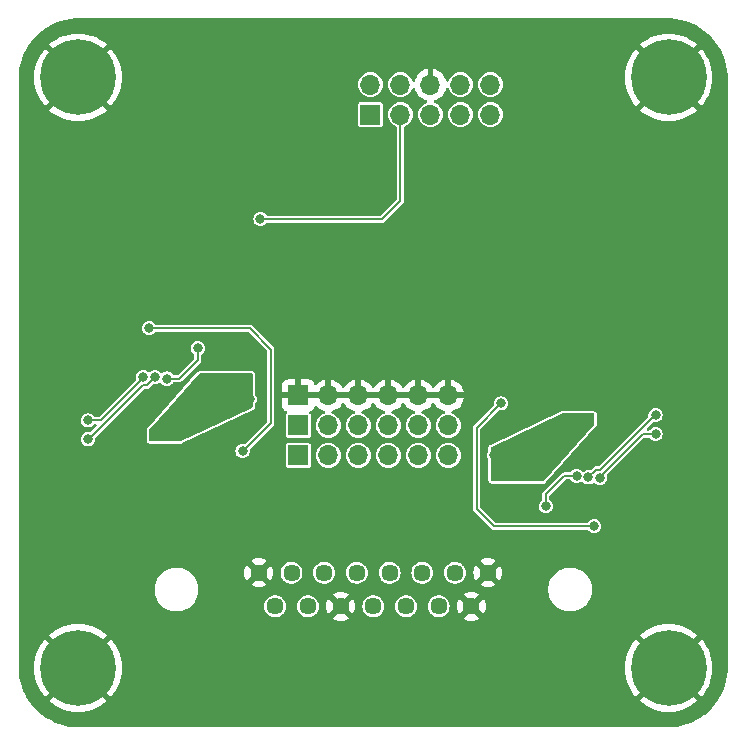
<source format=gbr>
%TF.GenerationSoftware,KiCad,Pcbnew,8.0.0*%
%TF.CreationDate,2024-10-25T11:24:30+02:00*%
%TF.ProjectId,Projet_Animatronic,50726f6a-6574-45f4-916e-696d6174726f,rev?*%
%TF.SameCoordinates,Original*%
%TF.FileFunction,Copper,L2,Bot*%
%TF.FilePolarity,Positive*%
%FSLAX46Y46*%
G04 Gerber Fmt 4.6, Leading zero omitted, Abs format (unit mm)*
G04 Created by KiCad (PCBNEW 8.0.0) date 2024-10-25 11:24:30*
%MOMM*%
%LPD*%
G01*
G04 APERTURE LIST*
%TA.AperFunction,ComponentPad*%
%ADD10C,1.447800*%
%TD*%
%TA.AperFunction,ComponentPad*%
%ADD11C,0.800000*%
%TD*%
%TA.AperFunction,ComponentPad*%
%ADD12C,6.400000*%
%TD*%
%TA.AperFunction,ComponentPad*%
%ADD13R,1.700000X1.700000*%
%TD*%
%TA.AperFunction,ComponentPad*%
%ADD14O,1.700000X1.700000*%
%TD*%
%TA.AperFunction,ViaPad*%
%ADD15C,0.800000*%
%TD*%
%TA.AperFunction,Conductor*%
%ADD16C,0.200000*%
%TD*%
G04 APERTURE END LIST*
D10*
%TO.P,J101,1,Pin_1*%
%TO.N,GND*%
X90305000Y-131939993D03*
%TO.P,J101,2,Pin_2*%
%TO.N,PWM_TIM2_CH2*%
X93075000Y-131939993D03*
%TO.P,J101,3,Pin_3*%
%TO.N,PWM_TIM2_CH1*%
X95844999Y-131939993D03*
%TO.P,J101,4,Pin_4*%
%TO.N,PWM_TIM1_CH4*%
X98614999Y-131939993D03*
%TO.P,J101,5,Pin_5*%
%TO.N,PWM_TIM1_CH3*%
X101384998Y-131939993D03*
%TO.P,J101,6,Pin_6*%
%TO.N,PWM_TIM1_CH2*%
X104154998Y-131939993D03*
%TO.P,J101,7,Pin_7*%
%TO.N,PWM_TIM1_CH1*%
X106924998Y-131939993D03*
%TO.P,J101,8,Pin_8*%
%TO.N,GND*%
X109694997Y-131939993D03*
%TO.P,J101,9,Pin_9*%
%TO.N,+12V*%
X91690001Y-134779992D03*
%TO.P,J101,10,Pin_10*%
X94460001Y-134779992D03*
%TO.P,J101,11,Pin_11*%
%TO.N,GND*%
X97230000Y-134779992D03*
%TO.P,J101,12,Pin_12*%
%TO.N,I2C_SCL*%
X100000000Y-134779992D03*
%TO.P,J101,13,Pin_13*%
%TO.N,I2C_SDA*%
X102770000Y-134779992D03*
%TO.P,J101,14,Pin_14*%
%TO.N,TOF_INT*%
X105539999Y-134779992D03*
%TO.P,J101,15,Pin_15*%
%TO.N,GND*%
X108309999Y-134779992D03*
%TD*%
D11*
%TO.P,H103,1,1*%
%TO.N,GND*%
X72600000Y-90000000D03*
X73302944Y-88302944D03*
X73302944Y-91697056D03*
X75000000Y-87600000D03*
D12*
X75000000Y-90000000D03*
D11*
X75000000Y-92400000D03*
X76697056Y-88302944D03*
X76697056Y-91697056D03*
X77400000Y-90000000D03*
%TD*%
D13*
%TO.P,J103,1,Pin_1*%
%TO.N,TOF_INT*%
X99760000Y-93140000D03*
D14*
%TO.P,J103,2,Pin_2*%
%TO.N,I2C_SCL*%
X99760000Y-90600000D03*
%TO.P,J103,3,Pin_3*%
%TO.N,Net-(J103-Pin_3)*%
X102300000Y-93140000D03*
%TO.P,J103,4,Pin_4*%
%TO.N,I2C_SDA*%
X102300000Y-90600000D03*
%TO.P,J103,5,Pin_5*%
%TO.N,+3.3V*%
X104840000Y-93140000D03*
%TO.P,J103,6,Pin_6*%
%TO.N,GND*%
X104840000Y-90600000D03*
%TO.P,J103,7,Pin_7*%
%TO.N,unconnected-(J103-Pin_7-Pad7)*%
X107380000Y-93140000D03*
%TO.P,J103,8,Pin_8*%
%TO.N,unconnected-(J103-Pin_8-Pad8)*%
X107380000Y-90600000D03*
%TO.P,J103,9,Pin_9*%
%TO.N,unconnected-(J103-Pin_9-Pad9)*%
X109920000Y-93140000D03*
%TO.P,J103,10,Pin_10*%
%TO.N,unconnected-(J103-Pin_10-Pad10)*%
X109920000Y-90600000D03*
%TD*%
D11*
%TO.P,H102,1,1*%
%TO.N,GND*%
X122600000Y-140000000D03*
X123302944Y-138302944D03*
X123302944Y-141697056D03*
X125000000Y-137600000D03*
D12*
X125000000Y-140000000D03*
D11*
X125000000Y-142400000D03*
X126697056Y-138302944D03*
X126697056Y-141697056D03*
X127400000Y-140000000D03*
%TD*%
%TO.P,H101,1,1*%
%TO.N,GND*%
X72600000Y-140000000D03*
X73302944Y-138302944D03*
X73302944Y-141697056D03*
X75000000Y-137600000D03*
D12*
X75000000Y-140000000D03*
D11*
X75000000Y-142400000D03*
X76697056Y-138302944D03*
X76697056Y-141697056D03*
X77400000Y-140000000D03*
%TD*%
%TO.P,H104,1,1*%
%TO.N,GND*%
X122600000Y-90000000D03*
X123302944Y-88302944D03*
X123302944Y-91697056D03*
X125000000Y-87600000D03*
D12*
X125000000Y-90000000D03*
D11*
X125000000Y-92400000D03*
X126697056Y-88302944D03*
X126697056Y-91697056D03*
X127400000Y-90000000D03*
%TD*%
D13*
%TO.P,J102,1,Pin_1*%
%TO.N,GND*%
X93650000Y-116920000D03*
D14*
%TO.P,J102,2,Pin_2*%
X96190000Y-116920000D03*
%TO.P,J102,3,Pin_3*%
X98730000Y-116920000D03*
%TO.P,J102,4,Pin_4*%
X101270000Y-116920000D03*
%TO.P,J102,5,Pin_5*%
X103810000Y-116920000D03*
%TO.P,J102,6,Pin_6*%
X106350000Y-116920000D03*
%TD*%
D13*
%TO.P,J104,1,Pin_1*%
%TO.N,5V_1*%
X93650000Y-119460000D03*
D14*
%TO.P,J104,2,Pin_2*%
X96190000Y-119460000D03*
%TO.P,J104,3,Pin_3*%
X98730000Y-119460000D03*
%TO.P,J104,4,Pin_4*%
%TO.N,5V_2*%
X101270000Y-119460000D03*
%TO.P,J104,5,Pin_5*%
X103810000Y-119460000D03*
%TO.P,J104,6,Pin_6*%
X106350000Y-119460000D03*
%TD*%
D13*
%TO.P,J105,1,Pin_1*%
%TO.N,PWM_TIM2_CH2*%
X93650000Y-122000000D03*
D14*
%TO.P,J105,2,Pin_2*%
%TO.N,PWM_TIM2_CH1*%
X96190000Y-122000000D03*
%TO.P,J105,3,Pin_3*%
%TO.N,PWM_TIM1_CH4*%
X98730000Y-122000000D03*
%TO.P,J105,4,Pin_4*%
%TO.N,PWM_TIM1_CH3*%
X101270000Y-122000000D03*
%TO.P,J105,5,Pin_5*%
%TO.N,PWM_TIM1_CH2*%
X103810000Y-122000000D03*
%TO.P,J105,6,Pin_6*%
%TO.N,PWM_TIM1_CH1*%
X106350000Y-122000000D03*
%TD*%
D15*
%TO.N,GND*%
X72500000Y-143500000D03*
X70750000Y-122500000D03*
X129250000Y-137500000D03*
X74750000Y-129350000D03*
X100000000Y-85750000D03*
X70750000Y-115000000D03*
X71250000Y-88000000D03*
X102500000Y-144250000D03*
X128750000Y-142000000D03*
X129150000Y-116250000D03*
X75000000Y-144250000D03*
X107500000Y-85750000D03*
X97500000Y-144250000D03*
X117500000Y-144250000D03*
X70750000Y-97500000D03*
X123850000Y-104150000D03*
X75100000Y-103600000D03*
X70750000Y-95000000D03*
X80000000Y-85750000D03*
X87500000Y-144250000D03*
X70750000Y-102500000D03*
X92500000Y-144250000D03*
X125000000Y-85750000D03*
X70750000Y-137500000D03*
X70750000Y-107500000D03*
X122500000Y-144250000D03*
X117500000Y-85750000D03*
X125200000Y-114450000D03*
X77500000Y-132600000D03*
X129250000Y-110850000D03*
X78950000Y-95500000D03*
X129250000Y-140000000D03*
X127250000Y-86250000D03*
X102500000Y-85750000D03*
X82500000Y-85750000D03*
X70750000Y-125000000D03*
X105000000Y-85750000D03*
X115000000Y-85750000D03*
X129250000Y-100000000D03*
X129250000Y-135000000D03*
X77500000Y-144250000D03*
X127250000Y-143750000D03*
X82500000Y-144250000D03*
X77500000Y-85750000D03*
X70750000Y-117500000D03*
X72500000Y-86500000D03*
X70750000Y-127500000D03*
X105000000Y-144250000D03*
X70750000Y-120000000D03*
X87500000Y-85750000D03*
X70750000Y-105000000D03*
X85000000Y-144250000D03*
X92500000Y-85750000D03*
X95000000Y-144250000D03*
X71250000Y-142000000D03*
X110000000Y-85750000D03*
X122500000Y-85750000D03*
X95000000Y-85750000D03*
X120000000Y-144250000D03*
X70750000Y-112500000D03*
X129250000Y-102500000D03*
X83550000Y-105900000D03*
X70750000Y-135000000D03*
X70750000Y-100000000D03*
X116900000Y-99500000D03*
X112500000Y-144250000D03*
X97500000Y-85750000D03*
X74750000Y-109550000D03*
X70750000Y-130000000D03*
X129250000Y-107950000D03*
X129250000Y-127500000D03*
X115000000Y-144250000D03*
X129250000Y-97500000D03*
X129250000Y-92500000D03*
X128750000Y-88000000D03*
X105850000Y-103400000D03*
X129200000Y-113650000D03*
X129250000Y-105000000D03*
X107500000Y-144250000D03*
X73450000Y-124750000D03*
X129250000Y-125000000D03*
X70750000Y-90000000D03*
X119550000Y-88500000D03*
X102300000Y-113300000D03*
X70750000Y-132500000D03*
X97550000Y-104250000D03*
X129100000Y-122450000D03*
X70750000Y-110000000D03*
X117150000Y-94350000D03*
X70750000Y-92500000D03*
X129250000Y-130000000D03*
X129250000Y-90000000D03*
X111350000Y-96900000D03*
X80150000Y-100450000D03*
X78700000Y-125750000D03*
X118700000Y-108100000D03*
X85000000Y-85750000D03*
X110000000Y-144250000D03*
X95950000Y-88350000D03*
X129250000Y-95000000D03*
X125000000Y-144250000D03*
X80000000Y-144250000D03*
X129100000Y-119200000D03*
X112500000Y-85750000D03*
X90000000Y-144250000D03*
X129250000Y-132500000D03*
X100000000Y-144250000D03*
X75000000Y-85750000D03*
X82700000Y-90100000D03*
X97400000Y-96600000D03*
X114400000Y-108050000D03*
X120000000Y-85750000D03*
X90000000Y-85750000D03*
X70750000Y-140000000D03*
%TO.N,5V_2*%
X118700000Y-128000000D03*
X110800000Y-117600000D03*
%TO.N,5V_1*%
X81030000Y-111240000D03*
X88930000Y-121640000D03*
%TO.N,Net-(U201-VCC)*%
X80530000Y-115340000D03*
X75830000Y-119040000D03*
%TO.N,Net-(U201-SW)*%
X86530000Y-117240000D03*
X85530000Y-117240000D03*
X87530000Y-117240000D03*
X81455000Y-120340000D03*
X88530000Y-117240000D03*
X82330000Y-120340000D03*
X83230000Y-120340000D03*
X89530000Y-117240000D03*
%TO.N,Net-(U301-VCC)*%
X123900000Y-120200000D03*
X119200000Y-123900000D03*
%TO.N,Net-(U301-SW)*%
X110200000Y-122000000D03*
X114200000Y-122000000D03*
X112200000Y-122000000D03*
X117400000Y-118900000D03*
X113200000Y-122000000D03*
X118275000Y-118900000D03*
X116500000Y-118900000D03*
X111200000Y-122000000D03*
%TO.N,Net-(U201-EN{slash}SYNC)*%
X75830000Y-120640000D03*
X81529105Y-115382320D03*
%TO.N,Net-(U201-BST)*%
X82522066Y-115500786D03*
X85130000Y-112940000D03*
%TO.N,Net-(U301-EN{slash}SYNC)*%
X118200895Y-123857680D03*
X123900000Y-118600000D03*
%TO.N,Net-(U301-BST)*%
X117207934Y-123739214D03*
X114600000Y-126300000D03*
%TO.N,Net-(J103-Pin_3)*%
X90450000Y-102000000D03*
%TD*%
D16*
%TO.N,5V_2*%
X110200000Y-128000000D02*
X108750000Y-126550000D01*
X118700000Y-128000000D02*
X110200000Y-128000000D01*
X108750000Y-119650000D02*
X110800000Y-117600000D01*
X108750000Y-126550000D02*
X108750000Y-119650000D01*
%TO.N,5V_1*%
X81030000Y-111240000D02*
X89530000Y-111240000D01*
X91330000Y-119240000D02*
X88930000Y-121640000D01*
X89530000Y-111240000D02*
X91330000Y-113040000D01*
X91330000Y-113040000D02*
X91330000Y-119240000D01*
%TO.N,Net-(U201-VCC)*%
X75830000Y-119040000D02*
X76930000Y-119040000D01*
X80530000Y-115440000D02*
X80530000Y-115340000D01*
X76930000Y-119040000D02*
X80530000Y-115440000D01*
%TO.N,Net-(U301-VCC)*%
X122800000Y-120200000D02*
X119200000Y-123800000D01*
X123900000Y-120200000D02*
X122800000Y-120200000D01*
X119200000Y-123800000D02*
X119200000Y-123900000D01*
%TO.N,Net-(U201-EN{slash}SYNC)*%
X75895686Y-120640000D02*
X80495686Y-116040000D01*
X75830000Y-120640000D02*
X75895686Y-120640000D01*
X80871425Y-116040000D02*
X81529105Y-115382320D01*
X80495686Y-116040000D02*
X80871425Y-116040000D01*
%TO.N,Net-(U201-BST)*%
X83569214Y-115500786D02*
X85130000Y-113940000D01*
X85130000Y-113940000D02*
X85130000Y-112940000D01*
X82522066Y-115500786D02*
X83569214Y-115500786D01*
%TO.N,Net-(U301-EN{slash}SYNC)*%
X123900000Y-118600000D02*
X123834314Y-118600000D01*
X118858575Y-123200000D02*
X118200895Y-123857680D01*
X123834314Y-118600000D02*
X119234314Y-123200000D01*
X119234314Y-123200000D02*
X118858575Y-123200000D01*
%TO.N,Net-(U301-BST)*%
X117207934Y-123739214D02*
X116160786Y-123739214D01*
X116160786Y-123739214D02*
X114600000Y-125300000D01*
X114600000Y-125300000D02*
X114600000Y-126300000D01*
%TO.N,Net-(J103-Pin_3)*%
X90450000Y-102000000D02*
X100750000Y-102000000D01*
X100750000Y-102000000D02*
X102300000Y-100450000D01*
X102300000Y-100450000D02*
X102300000Y-93140000D01*
%TD*%
%TA.AperFunction,Conductor*%
%TO.N,GND*%
G36*
X95724075Y-116727007D02*
G01*
X95690000Y-116854174D01*
X95690000Y-116985826D01*
X95724075Y-117112993D01*
X95756988Y-117170000D01*
X94083012Y-117170000D01*
X94115925Y-117112993D01*
X94150000Y-116985826D01*
X94150000Y-116854174D01*
X94115925Y-116727007D01*
X94083012Y-116670000D01*
X95756988Y-116670000D01*
X95724075Y-116727007D01*
G37*
%TD.AperFunction*%
%TA.AperFunction,Conductor*%
G36*
X98264075Y-116727007D02*
G01*
X98230000Y-116854174D01*
X98230000Y-116985826D01*
X98264075Y-117112993D01*
X98296988Y-117170000D01*
X96623012Y-117170000D01*
X96655925Y-117112993D01*
X96690000Y-116985826D01*
X96690000Y-116854174D01*
X96655925Y-116727007D01*
X96623012Y-116670000D01*
X98296988Y-116670000D01*
X98264075Y-116727007D01*
G37*
%TD.AperFunction*%
%TA.AperFunction,Conductor*%
G36*
X100804075Y-116727007D02*
G01*
X100770000Y-116854174D01*
X100770000Y-116985826D01*
X100804075Y-117112993D01*
X100836988Y-117170000D01*
X99163012Y-117170000D01*
X99195925Y-117112993D01*
X99230000Y-116985826D01*
X99230000Y-116854174D01*
X99195925Y-116727007D01*
X99163012Y-116670000D01*
X100836988Y-116670000D01*
X100804075Y-116727007D01*
G37*
%TD.AperFunction*%
%TA.AperFunction,Conductor*%
G36*
X103344075Y-116727007D02*
G01*
X103310000Y-116854174D01*
X103310000Y-116985826D01*
X103344075Y-117112993D01*
X103376988Y-117170000D01*
X101703012Y-117170000D01*
X101735925Y-117112993D01*
X101770000Y-116985826D01*
X101770000Y-116854174D01*
X101735925Y-116727007D01*
X101703012Y-116670000D01*
X103376988Y-116670000D01*
X103344075Y-116727007D01*
G37*
%TD.AperFunction*%
%TA.AperFunction,Conductor*%
G36*
X105884075Y-116727007D02*
G01*
X105850000Y-116854174D01*
X105850000Y-116985826D01*
X105884075Y-117112993D01*
X105916988Y-117170000D01*
X104243012Y-117170000D01*
X104275925Y-117112993D01*
X104310000Y-116985826D01*
X104310000Y-116854174D01*
X104275925Y-116727007D01*
X104243012Y-116670000D01*
X105916988Y-116670000D01*
X105884075Y-116727007D01*
G37*
%TD.AperFunction*%
%TA.AperFunction,Conductor*%
G36*
X125000641Y-85000006D02*
G01*
X125213481Y-85002328D01*
X125222915Y-85002792D01*
X125647552Y-85039943D01*
X125658270Y-85041354D01*
X126077393Y-85115256D01*
X126087921Y-85117590D01*
X126499033Y-85227747D01*
X126509322Y-85230992D01*
X126909255Y-85376555D01*
X126919221Y-85380683D01*
X127304942Y-85560547D01*
X127314528Y-85565538D01*
X127683088Y-85778326D01*
X127692207Y-85784135D01*
X128040820Y-86028237D01*
X128049402Y-86034822D01*
X128375420Y-86308383D01*
X128383395Y-86315692D01*
X128684307Y-86616604D01*
X128691616Y-86624579D01*
X128965177Y-86950597D01*
X128971762Y-86959179D01*
X129215864Y-87307792D01*
X129221676Y-87316916D01*
X129434459Y-87685467D01*
X129439454Y-87695062D01*
X129619310Y-88080764D01*
X129623450Y-88090759D01*
X129769003Y-88490664D01*
X129772256Y-88500980D01*
X129882405Y-88912061D01*
X129884746Y-88922623D01*
X129958644Y-89341725D01*
X129960056Y-89352450D01*
X129997206Y-89777073D01*
X129997671Y-89786527D01*
X129999993Y-89999357D01*
X130000000Y-90000710D01*
X130000000Y-139999289D01*
X129999993Y-140000642D01*
X129997671Y-140213472D01*
X129997206Y-140222926D01*
X129960056Y-140647549D01*
X129958644Y-140658274D01*
X129884746Y-141077376D01*
X129882405Y-141087938D01*
X129772256Y-141499019D01*
X129769003Y-141509335D01*
X129623450Y-141909240D01*
X129619310Y-141919235D01*
X129439454Y-142304937D01*
X129434459Y-142314532D01*
X129221676Y-142683083D01*
X129215864Y-142692207D01*
X128971762Y-143040820D01*
X128965177Y-143049402D01*
X128691616Y-143375420D01*
X128684307Y-143383395D01*
X128383395Y-143684307D01*
X128375420Y-143691616D01*
X128049402Y-143965177D01*
X128040820Y-143971762D01*
X127692207Y-144215864D01*
X127683083Y-144221676D01*
X127314532Y-144434459D01*
X127304937Y-144439454D01*
X126919235Y-144619310D01*
X126909240Y-144623450D01*
X126509335Y-144769003D01*
X126499019Y-144772256D01*
X126087938Y-144882405D01*
X126077376Y-144884746D01*
X125658274Y-144958644D01*
X125647549Y-144960056D01*
X125222926Y-144997206D01*
X125213472Y-144997671D01*
X125005455Y-144999940D01*
X125000640Y-144999993D01*
X124999290Y-145000000D01*
X75000710Y-145000000D01*
X74999359Y-144999993D01*
X74994454Y-144999939D01*
X74786527Y-144997671D01*
X74777073Y-144997206D01*
X74352450Y-144960056D01*
X74341725Y-144958644D01*
X73922623Y-144884746D01*
X73912061Y-144882405D01*
X73500980Y-144772256D01*
X73490664Y-144769003D01*
X73090759Y-144623450D01*
X73080764Y-144619310D01*
X72695062Y-144439454D01*
X72685467Y-144434459D01*
X72316916Y-144221676D01*
X72307792Y-144215864D01*
X71959179Y-143971762D01*
X71950597Y-143965177D01*
X71624579Y-143691616D01*
X71616604Y-143684307D01*
X71315692Y-143383395D01*
X71308383Y-143375420D01*
X71034822Y-143049402D01*
X71028237Y-143040820D01*
X70997887Y-142997476D01*
X70784132Y-142692203D01*
X70778323Y-142683083D01*
X70635294Y-142435350D01*
X70565538Y-142314528D01*
X70560545Y-142304937D01*
X70501252Y-142177783D01*
X70380683Y-141919221D01*
X70376555Y-141909255D01*
X70230992Y-141509322D01*
X70227747Y-141499033D01*
X70117590Y-141087921D01*
X70115256Y-141077393D01*
X70041354Y-140658270D01*
X70039943Y-140647549D01*
X70017173Y-140387287D01*
X70002792Y-140222915D01*
X70002328Y-140213471D01*
X70000007Y-140000641D01*
X70000004Y-140000000D01*
X71294922Y-140000000D01*
X71315219Y-140387287D01*
X71375886Y-140770323D01*
X71375887Y-140770330D01*
X71476262Y-141144936D01*
X71615244Y-141506994D01*
X71791310Y-141852543D01*
X72002531Y-142177793D01*
X72211095Y-142435350D01*
X72211096Y-142435350D01*
X73705748Y-140940698D01*
X73779588Y-141042330D01*
X73957670Y-141220412D01*
X74059300Y-141294251D01*
X72564648Y-142788903D01*
X72564649Y-142788904D01*
X72822206Y-142997468D01*
X73147456Y-143208689D01*
X73493005Y-143384755D01*
X73855063Y-143523737D01*
X74229669Y-143624112D01*
X74229676Y-143624113D01*
X74612712Y-143684780D01*
X74999999Y-143705078D01*
X75000001Y-143705078D01*
X75387287Y-143684780D01*
X75770323Y-143624113D01*
X75770330Y-143624112D01*
X76144936Y-143523737D01*
X76506994Y-143384755D01*
X76852543Y-143208689D01*
X77177783Y-142997476D01*
X77177785Y-142997475D01*
X77435349Y-142788902D01*
X75940698Y-141294251D01*
X76042330Y-141220412D01*
X76220412Y-141042330D01*
X76294251Y-140940698D01*
X77788902Y-142435349D01*
X77997475Y-142177785D01*
X77997476Y-142177783D01*
X78208689Y-141852543D01*
X78384755Y-141506994D01*
X78523737Y-141144936D01*
X78624112Y-140770330D01*
X78624113Y-140770323D01*
X78684780Y-140387287D01*
X78705078Y-140000000D01*
X121294922Y-140000000D01*
X121315219Y-140387287D01*
X121375886Y-140770323D01*
X121375887Y-140770330D01*
X121476262Y-141144936D01*
X121615244Y-141506994D01*
X121791310Y-141852543D01*
X122002531Y-142177793D01*
X122211095Y-142435350D01*
X122211096Y-142435350D01*
X123705748Y-140940698D01*
X123779588Y-141042330D01*
X123957670Y-141220412D01*
X124059300Y-141294251D01*
X122564648Y-142788903D01*
X122564649Y-142788904D01*
X122822206Y-142997468D01*
X123147456Y-143208689D01*
X123493005Y-143384755D01*
X123855063Y-143523737D01*
X124229669Y-143624112D01*
X124229676Y-143624113D01*
X124612712Y-143684780D01*
X124999999Y-143705078D01*
X125000001Y-143705078D01*
X125387287Y-143684780D01*
X125770323Y-143624113D01*
X125770330Y-143624112D01*
X126144936Y-143523737D01*
X126506994Y-143384755D01*
X126852543Y-143208689D01*
X127177783Y-142997476D01*
X127177785Y-142997475D01*
X127435349Y-142788902D01*
X125940698Y-141294251D01*
X126042330Y-141220412D01*
X126220412Y-141042330D01*
X126294251Y-140940698D01*
X127788902Y-142435349D01*
X127997475Y-142177785D01*
X127997476Y-142177783D01*
X128208689Y-141852543D01*
X128384755Y-141506994D01*
X128523737Y-141144936D01*
X128624112Y-140770330D01*
X128624113Y-140770323D01*
X128684780Y-140387287D01*
X128705078Y-140000000D01*
X128705078Y-139999999D01*
X128684780Y-139612712D01*
X128624113Y-139229676D01*
X128624112Y-139229669D01*
X128523737Y-138855063D01*
X128384755Y-138493005D01*
X128208689Y-138147456D01*
X127997468Y-137822206D01*
X127788904Y-137564649D01*
X127788903Y-137564648D01*
X126294251Y-139059300D01*
X126220412Y-138957670D01*
X126042330Y-138779588D01*
X125940698Y-138705748D01*
X127435350Y-137211096D01*
X127435350Y-137211095D01*
X127177793Y-137002531D01*
X126852543Y-136791310D01*
X126506994Y-136615244D01*
X126144936Y-136476262D01*
X125770330Y-136375887D01*
X125770323Y-136375886D01*
X125387287Y-136315219D01*
X125000001Y-136294922D01*
X124999999Y-136294922D01*
X124612712Y-136315219D01*
X124229676Y-136375886D01*
X124229669Y-136375887D01*
X123855063Y-136476262D01*
X123493005Y-136615244D01*
X123147456Y-136791310D01*
X122822206Y-137002531D01*
X122564648Y-137211095D01*
X122564648Y-137211096D01*
X124059301Y-138705748D01*
X123957670Y-138779588D01*
X123779588Y-138957670D01*
X123705748Y-139059300D01*
X122211096Y-137564648D01*
X122211095Y-137564648D01*
X122002531Y-137822206D01*
X121791310Y-138147456D01*
X121615244Y-138493005D01*
X121476262Y-138855063D01*
X121375887Y-139229669D01*
X121375886Y-139229676D01*
X121315219Y-139612712D01*
X121294922Y-139999999D01*
X121294922Y-140000000D01*
X78705078Y-140000000D01*
X78705078Y-139999999D01*
X78684780Y-139612712D01*
X78624113Y-139229676D01*
X78624112Y-139229669D01*
X78523737Y-138855063D01*
X78384755Y-138493005D01*
X78208689Y-138147456D01*
X77997468Y-137822206D01*
X77788904Y-137564649D01*
X77788903Y-137564648D01*
X76294251Y-139059300D01*
X76220412Y-138957670D01*
X76042330Y-138779588D01*
X75940698Y-138705748D01*
X77435350Y-137211096D01*
X77435350Y-137211095D01*
X77177793Y-137002531D01*
X76852543Y-136791310D01*
X76506994Y-136615244D01*
X76144936Y-136476262D01*
X75770330Y-136375887D01*
X75770323Y-136375886D01*
X75387287Y-136315219D01*
X75000001Y-136294922D01*
X74999999Y-136294922D01*
X74612712Y-136315219D01*
X74229676Y-136375886D01*
X74229669Y-136375887D01*
X73855063Y-136476262D01*
X73493005Y-136615244D01*
X73147456Y-136791310D01*
X72822206Y-137002531D01*
X72564648Y-137211095D01*
X72564648Y-137211096D01*
X74059301Y-138705748D01*
X73957670Y-138779588D01*
X73779588Y-138957670D01*
X73705748Y-139059300D01*
X72211096Y-137564648D01*
X72211095Y-137564648D01*
X72002531Y-137822206D01*
X71791310Y-138147456D01*
X71615244Y-138493005D01*
X71476262Y-138855063D01*
X71375887Y-139229669D01*
X71375886Y-139229676D01*
X71315219Y-139612712D01*
X71294922Y-139999999D01*
X71294922Y-140000000D01*
X70000004Y-140000000D01*
X70000000Y-139999289D01*
X70000000Y-133481294D01*
X81489300Y-133481294D01*
X81489301Y-133481310D01*
X81520964Y-133721817D01*
X81520965Y-133721822D01*
X81520966Y-133721828D01*
X81520967Y-133721830D01*
X81583756Y-133956166D01*
X81676593Y-134180293D01*
X81676597Y-134180303D01*
X81797896Y-134390399D01*
X81945583Y-134582868D01*
X81945589Y-134582875D01*
X82117124Y-134754410D01*
X82117131Y-134754416D01*
X82309600Y-134902103D01*
X82519696Y-135023402D01*
X82519697Y-135023402D01*
X82519700Y-135023404D01*
X82628615Y-135068518D01*
X82743833Y-135116243D01*
X82743834Y-135116243D01*
X82743836Y-135116244D01*
X82978172Y-135179034D01*
X83218699Y-135210700D01*
X83218706Y-135210700D01*
X83461294Y-135210700D01*
X83461301Y-135210700D01*
X83701828Y-135179034D01*
X83936164Y-135116244D01*
X84160300Y-135023404D01*
X84370400Y-134902103D01*
X84529538Y-134779992D01*
X90760509Y-134779992D01*
X90780821Y-134973246D01*
X90780822Y-134973248D01*
X90840868Y-135158051D01*
X90840869Y-135158053D01*
X90921075Y-135296975D01*
X90938026Y-135326334D01*
X90983318Y-135376636D01*
X91068043Y-135470734D01*
X91068046Y-135470736D01*
X91068049Y-135470739D01*
X91185953Y-135556401D01*
X91225256Y-135584957D01*
X91293399Y-135615295D01*
X91402772Y-135663991D01*
X91592843Y-135704392D01*
X91787159Y-135704392D01*
X91977230Y-135663991D01*
X92154747Y-135584956D01*
X92311953Y-135470739D01*
X92329886Y-135450823D01*
X92340123Y-135439452D01*
X92441976Y-135326334D01*
X92539134Y-135158050D01*
X92599181Y-134973244D01*
X92619493Y-134779992D01*
X93530509Y-134779992D01*
X93550821Y-134973246D01*
X93550822Y-134973248D01*
X93610868Y-135158051D01*
X93610869Y-135158053D01*
X93691075Y-135296975D01*
X93708026Y-135326334D01*
X93753318Y-135376636D01*
X93838043Y-135470734D01*
X93838046Y-135470736D01*
X93838049Y-135470739D01*
X93955953Y-135556401D01*
X93995256Y-135584957D01*
X94063399Y-135615295D01*
X94172772Y-135663991D01*
X94362843Y-135704392D01*
X94557159Y-135704392D01*
X94747230Y-135663991D01*
X94924747Y-135584956D01*
X95081953Y-135470739D01*
X95099886Y-135450823D01*
X95110123Y-135439452D01*
X95211976Y-135326334D01*
X95309134Y-135158050D01*
X95369181Y-134973244D01*
X95389493Y-134779992D01*
X96001425Y-134779992D01*
X96020089Y-134993327D01*
X96020091Y-134993337D01*
X96075514Y-135200181D01*
X96075518Y-135200190D01*
X96166023Y-135394279D01*
X96205615Y-135450823D01*
X96771613Y-134884825D01*
X96792123Y-134961367D01*
X96853986Y-135068518D01*
X96941474Y-135156006D01*
X97048625Y-135217869D01*
X97125166Y-135238378D01*
X96559167Y-135804375D01*
X96615712Y-135843969D01*
X96809801Y-135934473D01*
X96809810Y-135934477D01*
X97016654Y-135989900D01*
X97016664Y-135989902D01*
X97229999Y-136008567D01*
X97230001Y-136008567D01*
X97443335Y-135989902D01*
X97443345Y-135989900D01*
X97650189Y-135934477D01*
X97650203Y-135934472D01*
X97844285Y-135843970D01*
X97844297Y-135843963D01*
X97900830Y-135804377D01*
X97900831Y-135804375D01*
X97334834Y-135238378D01*
X97411375Y-135217869D01*
X97518526Y-135156006D01*
X97606014Y-135068518D01*
X97667877Y-134961367D01*
X97688386Y-134884825D01*
X98254384Y-135450823D01*
X98254385Y-135450822D01*
X98293971Y-135394289D01*
X98293978Y-135394277D01*
X98384480Y-135200195D01*
X98384485Y-135200181D01*
X98439908Y-134993337D01*
X98439910Y-134993327D01*
X98458575Y-134779992D01*
X99070508Y-134779992D01*
X99090820Y-134973246D01*
X99090821Y-134973248D01*
X99150867Y-135158051D01*
X99150868Y-135158053D01*
X99231074Y-135296975D01*
X99248025Y-135326334D01*
X99293317Y-135376636D01*
X99378042Y-135470734D01*
X99378045Y-135470736D01*
X99378048Y-135470739D01*
X99495952Y-135556401D01*
X99535255Y-135584957D01*
X99603398Y-135615295D01*
X99712771Y-135663991D01*
X99902842Y-135704392D01*
X100097158Y-135704392D01*
X100287229Y-135663991D01*
X100464746Y-135584956D01*
X100621952Y-135470739D01*
X100639885Y-135450823D01*
X100650122Y-135439452D01*
X100751975Y-135326334D01*
X100849133Y-135158050D01*
X100909180Y-134973244D01*
X100929492Y-134779992D01*
X101840508Y-134779992D01*
X101860820Y-134973246D01*
X101860821Y-134973248D01*
X101920867Y-135158051D01*
X101920868Y-135158053D01*
X102001074Y-135296975D01*
X102018025Y-135326334D01*
X102063317Y-135376636D01*
X102148042Y-135470734D01*
X102148045Y-135470736D01*
X102148048Y-135470739D01*
X102265952Y-135556401D01*
X102305255Y-135584957D01*
X102373398Y-135615295D01*
X102482771Y-135663991D01*
X102672842Y-135704392D01*
X102867158Y-135704392D01*
X103057229Y-135663991D01*
X103234746Y-135584956D01*
X103391952Y-135470739D01*
X103409885Y-135450823D01*
X103420122Y-135439452D01*
X103521975Y-135326334D01*
X103619133Y-135158050D01*
X103679180Y-134973244D01*
X103699492Y-134779992D01*
X104610507Y-134779992D01*
X104630819Y-134973246D01*
X104630820Y-134973248D01*
X104690866Y-135158051D01*
X104690867Y-135158053D01*
X104771073Y-135296975D01*
X104788024Y-135326334D01*
X104833316Y-135376636D01*
X104918041Y-135470734D01*
X104918044Y-135470736D01*
X104918047Y-135470739D01*
X105035951Y-135556401D01*
X105075254Y-135584957D01*
X105143397Y-135615295D01*
X105252770Y-135663991D01*
X105442841Y-135704392D01*
X105637157Y-135704392D01*
X105827228Y-135663991D01*
X106004745Y-135584956D01*
X106161951Y-135470739D01*
X106179884Y-135450823D01*
X106190121Y-135439452D01*
X106291974Y-135326334D01*
X106389132Y-135158050D01*
X106449179Y-134973244D01*
X106469491Y-134779992D01*
X107081424Y-134779992D01*
X107100088Y-134993327D01*
X107100090Y-134993337D01*
X107155513Y-135200181D01*
X107155517Y-135200190D01*
X107246022Y-135394279D01*
X107285614Y-135450823D01*
X107851612Y-134884825D01*
X107872122Y-134961367D01*
X107933985Y-135068518D01*
X108021473Y-135156006D01*
X108128624Y-135217869D01*
X108205165Y-135238378D01*
X107639166Y-135804375D01*
X107695711Y-135843969D01*
X107889800Y-135934473D01*
X107889809Y-135934477D01*
X108096653Y-135989900D01*
X108096663Y-135989902D01*
X108309998Y-136008567D01*
X108310000Y-136008567D01*
X108523334Y-135989902D01*
X108523344Y-135989900D01*
X108730188Y-135934477D01*
X108730202Y-135934472D01*
X108924284Y-135843970D01*
X108924296Y-135843963D01*
X108980829Y-135804377D01*
X108980830Y-135804375D01*
X108414833Y-135238378D01*
X108491374Y-135217869D01*
X108598525Y-135156006D01*
X108686013Y-135068518D01*
X108747876Y-134961367D01*
X108768385Y-134884825D01*
X109334383Y-135450823D01*
X109334384Y-135450822D01*
X109373970Y-135394289D01*
X109373977Y-135394277D01*
X109464479Y-135200195D01*
X109464484Y-135200181D01*
X109519907Y-134993337D01*
X109519909Y-134993327D01*
X109538574Y-134779992D01*
X109538574Y-134779991D01*
X109519909Y-134566656D01*
X109519907Y-134566646D01*
X109464484Y-134359802D01*
X109464480Y-134359793D01*
X109373976Y-134165706D01*
X109334382Y-134109159D01*
X108768385Y-134675157D01*
X108747876Y-134598617D01*
X108686013Y-134491466D01*
X108598525Y-134403978D01*
X108491374Y-134342115D01*
X108414832Y-134321605D01*
X108980830Y-133755607D01*
X108924286Y-133716015D01*
X108730197Y-133625510D01*
X108730188Y-133625506D01*
X108523344Y-133570083D01*
X108523334Y-133570081D01*
X108310000Y-133551417D01*
X108309998Y-133551417D01*
X108096663Y-133570081D01*
X108096653Y-133570083D01*
X107889809Y-133625506D01*
X107889800Y-133625510D01*
X107695709Y-133716016D01*
X107639166Y-133755606D01*
X108205165Y-134321605D01*
X108128624Y-134342115D01*
X108021473Y-134403978D01*
X107933985Y-134491466D01*
X107872122Y-134598617D01*
X107851612Y-134675158D01*
X107285613Y-134109159D01*
X107246023Y-134165702D01*
X107155517Y-134359793D01*
X107155513Y-134359802D01*
X107100090Y-134566646D01*
X107100088Y-134566656D01*
X107081424Y-134779991D01*
X107081424Y-134779992D01*
X106469491Y-134779992D01*
X106449179Y-134586740D01*
X106389132Y-134401934D01*
X106382472Y-134390399D01*
X106336107Y-134310092D01*
X106291974Y-134233650D01*
X106230793Y-134165702D01*
X106161956Y-134089249D01*
X106161953Y-134089247D01*
X106161952Y-134089246D01*
X106161951Y-134089245D01*
X106083348Y-134032136D01*
X106004743Y-133975026D01*
X105868456Y-133914348D01*
X105827228Y-133895993D01*
X105827226Y-133895992D01*
X105637157Y-133855592D01*
X105442841Y-133855592D01*
X105252772Y-133895992D01*
X105075254Y-133975026D01*
X104918044Y-134089247D01*
X104918041Y-134089249D01*
X104788023Y-134233651D01*
X104690867Y-134401930D01*
X104690866Y-134401932D01*
X104630820Y-134586735D01*
X104630819Y-134586737D01*
X104610507Y-134779992D01*
X103699492Y-134779992D01*
X103679180Y-134586740D01*
X103619133Y-134401934D01*
X103612473Y-134390399D01*
X103566108Y-134310092D01*
X103521975Y-134233650D01*
X103460794Y-134165702D01*
X103391957Y-134089249D01*
X103391954Y-134089247D01*
X103391953Y-134089246D01*
X103391952Y-134089245D01*
X103313349Y-134032136D01*
X103234744Y-133975026D01*
X103098457Y-133914348D01*
X103057229Y-133895993D01*
X103057227Y-133895992D01*
X102867158Y-133855592D01*
X102672842Y-133855592D01*
X102482773Y-133895992D01*
X102305255Y-133975026D01*
X102148045Y-134089247D01*
X102148042Y-134089249D01*
X102018024Y-134233651D01*
X101920868Y-134401930D01*
X101920867Y-134401932D01*
X101860821Y-134586735D01*
X101860820Y-134586737D01*
X101840508Y-134779992D01*
X100929492Y-134779992D01*
X100909180Y-134586740D01*
X100849133Y-134401934D01*
X100842473Y-134390399D01*
X100796108Y-134310092D01*
X100751975Y-134233650D01*
X100690794Y-134165702D01*
X100621957Y-134089249D01*
X100621954Y-134089247D01*
X100621953Y-134089246D01*
X100621952Y-134089245D01*
X100543349Y-134032136D01*
X100464744Y-133975026D01*
X100328457Y-133914348D01*
X100287229Y-133895993D01*
X100287227Y-133895992D01*
X100097158Y-133855592D01*
X99902842Y-133855592D01*
X99712773Y-133895992D01*
X99535255Y-133975026D01*
X99378045Y-134089247D01*
X99378042Y-134089249D01*
X99248024Y-134233651D01*
X99150868Y-134401930D01*
X99150867Y-134401932D01*
X99090821Y-134586735D01*
X99090820Y-134586737D01*
X99070508Y-134779992D01*
X98458575Y-134779992D01*
X98458575Y-134779991D01*
X98439910Y-134566656D01*
X98439908Y-134566646D01*
X98384485Y-134359802D01*
X98384481Y-134359793D01*
X98293977Y-134165706D01*
X98254383Y-134109159D01*
X97688386Y-134675157D01*
X97667877Y-134598617D01*
X97606014Y-134491466D01*
X97518526Y-134403978D01*
X97411375Y-134342115D01*
X97334833Y-134321605D01*
X97900831Y-133755607D01*
X97844287Y-133716015D01*
X97650198Y-133625510D01*
X97650189Y-133625506D01*
X97443345Y-133570083D01*
X97443335Y-133570081D01*
X97230001Y-133551417D01*
X97229999Y-133551417D01*
X97016664Y-133570081D01*
X97016654Y-133570083D01*
X96809810Y-133625506D01*
X96809801Y-133625510D01*
X96615710Y-133716016D01*
X96559167Y-133755606D01*
X97125166Y-134321605D01*
X97048625Y-134342115D01*
X96941474Y-134403978D01*
X96853986Y-134491466D01*
X96792123Y-134598617D01*
X96771613Y-134675158D01*
X96205614Y-134109159D01*
X96166024Y-134165702D01*
X96075518Y-134359793D01*
X96075514Y-134359802D01*
X96020091Y-134566646D01*
X96020089Y-134566656D01*
X96001425Y-134779991D01*
X96001425Y-134779992D01*
X95389493Y-134779992D01*
X95369181Y-134586740D01*
X95309134Y-134401934D01*
X95302474Y-134390399D01*
X95256109Y-134310092D01*
X95211976Y-134233650D01*
X95150795Y-134165702D01*
X95081958Y-134089249D01*
X95081955Y-134089247D01*
X95081954Y-134089246D01*
X95081953Y-134089245D01*
X95003350Y-134032136D01*
X94924745Y-133975026D01*
X94788458Y-133914348D01*
X94747230Y-133895993D01*
X94747228Y-133895992D01*
X94557159Y-133855592D01*
X94362843Y-133855592D01*
X94172774Y-133895992D01*
X93995256Y-133975026D01*
X93838046Y-134089247D01*
X93838043Y-134089249D01*
X93708025Y-134233651D01*
X93610869Y-134401930D01*
X93610868Y-134401932D01*
X93550822Y-134586735D01*
X93550821Y-134586737D01*
X93530509Y-134779992D01*
X92619493Y-134779992D01*
X92599181Y-134586740D01*
X92539134Y-134401934D01*
X92532474Y-134390399D01*
X92486109Y-134310092D01*
X92441976Y-134233650D01*
X92380795Y-134165702D01*
X92311958Y-134089249D01*
X92311955Y-134089247D01*
X92311954Y-134089246D01*
X92311953Y-134089245D01*
X92233350Y-134032136D01*
X92154745Y-133975026D01*
X92018458Y-133914348D01*
X91977230Y-133895993D01*
X91977228Y-133895992D01*
X91787159Y-133855592D01*
X91592843Y-133855592D01*
X91402774Y-133895992D01*
X91225256Y-133975026D01*
X91068046Y-134089247D01*
X91068043Y-134089249D01*
X90938025Y-134233651D01*
X90840869Y-134401930D01*
X90840868Y-134401932D01*
X90780822Y-134586735D01*
X90780821Y-134586737D01*
X90760509Y-134779992D01*
X84529538Y-134779992D01*
X84562870Y-134754415D01*
X84734415Y-134582870D01*
X84882103Y-134390400D01*
X85003404Y-134180300D01*
X85096244Y-133956164D01*
X85159034Y-133721828D01*
X85190700Y-133481301D01*
X85190700Y-133481294D01*
X114809300Y-133481294D01*
X114809301Y-133481310D01*
X114840964Y-133721817D01*
X114840965Y-133721822D01*
X114840966Y-133721828D01*
X114840967Y-133721830D01*
X114903756Y-133956166D01*
X114996593Y-134180293D01*
X114996597Y-134180303D01*
X115117896Y-134390399D01*
X115265583Y-134582868D01*
X115265589Y-134582875D01*
X115437124Y-134754410D01*
X115437131Y-134754416D01*
X115629600Y-134902103D01*
X115839696Y-135023402D01*
X115839697Y-135023402D01*
X115839700Y-135023404D01*
X115948615Y-135068518D01*
X116063833Y-135116243D01*
X116063834Y-135116243D01*
X116063836Y-135116244D01*
X116298172Y-135179034D01*
X116538699Y-135210700D01*
X116538706Y-135210700D01*
X116781294Y-135210700D01*
X116781301Y-135210700D01*
X117021828Y-135179034D01*
X117256164Y-135116244D01*
X117480300Y-135023404D01*
X117690400Y-134902103D01*
X117882870Y-134754415D01*
X118054415Y-134582870D01*
X118202103Y-134390400D01*
X118323404Y-134180300D01*
X118416244Y-133956164D01*
X118479034Y-133721828D01*
X118510700Y-133481301D01*
X118510700Y-133238699D01*
X118479034Y-132998172D01*
X118416244Y-132763836D01*
X118408424Y-132744958D01*
X118323406Y-132539706D01*
X118323402Y-132539696D01*
X118202103Y-132329600D01*
X118054416Y-132137131D01*
X118054410Y-132137124D01*
X117882875Y-131965589D01*
X117882868Y-131965583D01*
X117690399Y-131817896D01*
X117480303Y-131696597D01*
X117480293Y-131696593D01*
X117256166Y-131603756D01*
X117107714Y-131563979D01*
X117021828Y-131540966D01*
X117021822Y-131540965D01*
X117021817Y-131540964D01*
X116781310Y-131509301D01*
X116781307Y-131509300D01*
X116781301Y-131509300D01*
X116538699Y-131509300D01*
X116538693Y-131509300D01*
X116538689Y-131509301D01*
X116298182Y-131540964D01*
X116298175Y-131540965D01*
X116298172Y-131540966D01*
X116252203Y-131553283D01*
X116063833Y-131603756D01*
X115839706Y-131696593D01*
X115839696Y-131696597D01*
X115629600Y-131817896D01*
X115437131Y-131965583D01*
X115437124Y-131965589D01*
X115265589Y-132137124D01*
X115265583Y-132137131D01*
X115117896Y-132329600D01*
X114996597Y-132539696D01*
X114996593Y-132539706D01*
X114903756Y-132763833D01*
X114840967Y-132998169D01*
X114840964Y-132998182D01*
X114809301Y-133238689D01*
X114809300Y-133238705D01*
X114809300Y-133481294D01*
X85190700Y-133481294D01*
X85190700Y-133238699D01*
X85159034Y-132998172D01*
X85096244Y-132763836D01*
X85088424Y-132744958D01*
X85003406Y-132539706D01*
X85003402Y-132539696D01*
X84882103Y-132329600D01*
X84734416Y-132137131D01*
X84734410Y-132137124D01*
X84562875Y-131965589D01*
X84562868Y-131965583D01*
X84529519Y-131939993D01*
X89076425Y-131939993D01*
X89095089Y-132153328D01*
X89095091Y-132153338D01*
X89150514Y-132360182D01*
X89150518Y-132360191D01*
X89241023Y-132554280D01*
X89280615Y-132610824D01*
X89846613Y-132044826D01*
X89867123Y-132121368D01*
X89928986Y-132228519D01*
X90016474Y-132316007D01*
X90123625Y-132377870D01*
X90200166Y-132398379D01*
X89634167Y-132964376D01*
X89690712Y-133003970D01*
X89884801Y-133094474D01*
X89884810Y-133094478D01*
X90091654Y-133149901D01*
X90091664Y-133149903D01*
X90304999Y-133168568D01*
X90305001Y-133168568D01*
X90518335Y-133149903D01*
X90518345Y-133149901D01*
X90725189Y-133094478D01*
X90725203Y-133094473D01*
X90919285Y-133003971D01*
X90919297Y-133003964D01*
X90975830Y-132964378D01*
X90975831Y-132964376D01*
X90409834Y-132398379D01*
X90486375Y-132377870D01*
X90593526Y-132316007D01*
X90681014Y-132228519D01*
X90742877Y-132121368D01*
X90763386Y-132044826D01*
X91329384Y-132610824D01*
X91329385Y-132610823D01*
X91368971Y-132554290D01*
X91368978Y-132554278D01*
X91459480Y-132360196D01*
X91459485Y-132360182D01*
X91514908Y-132153338D01*
X91514910Y-132153328D01*
X91533575Y-131939993D01*
X92145508Y-131939993D01*
X92165820Y-132133247D01*
X92165821Y-132133249D01*
X92225867Y-132318052D01*
X92225868Y-132318054D01*
X92306074Y-132456976D01*
X92323025Y-132486335D01*
X92368317Y-132536637D01*
X92453042Y-132630735D01*
X92453045Y-132630737D01*
X92453048Y-132630740D01*
X92570952Y-132716402D01*
X92610255Y-132744958D01*
X92652657Y-132763836D01*
X92787771Y-132823992D01*
X92977842Y-132864393D01*
X93172158Y-132864393D01*
X93362229Y-132823992D01*
X93539746Y-132744957D01*
X93696952Y-132630740D01*
X93714885Y-132610824D01*
X93725122Y-132599453D01*
X93826975Y-132486335D01*
X93924133Y-132318051D01*
X93984180Y-132133245D01*
X94004492Y-131939993D01*
X94915507Y-131939993D01*
X94935819Y-132133247D01*
X94935820Y-132133249D01*
X94995866Y-132318052D01*
X94995867Y-132318054D01*
X95076073Y-132456976D01*
X95093024Y-132486335D01*
X95138316Y-132536637D01*
X95223041Y-132630735D01*
X95223044Y-132630737D01*
X95223047Y-132630740D01*
X95340951Y-132716402D01*
X95380254Y-132744958D01*
X95422656Y-132763836D01*
X95557770Y-132823992D01*
X95747841Y-132864393D01*
X95942157Y-132864393D01*
X96132228Y-132823992D01*
X96309745Y-132744957D01*
X96466951Y-132630740D01*
X96484884Y-132610824D01*
X96495121Y-132599453D01*
X96596974Y-132486335D01*
X96694132Y-132318051D01*
X96754179Y-132133245D01*
X96774491Y-131939993D01*
X97685507Y-131939993D01*
X97705819Y-132133247D01*
X97705820Y-132133249D01*
X97765866Y-132318052D01*
X97765867Y-132318054D01*
X97846073Y-132456976D01*
X97863024Y-132486335D01*
X97908316Y-132536637D01*
X97993041Y-132630735D01*
X97993044Y-132630737D01*
X97993047Y-132630740D01*
X98110951Y-132716402D01*
X98150254Y-132744958D01*
X98192656Y-132763836D01*
X98327770Y-132823992D01*
X98517841Y-132864393D01*
X98712157Y-132864393D01*
X98902228Y-132823992D01*
X99079745Y-132744957D01*
X99236951Y-132630740D01*
X99254884Y-132610824D01*
X99265121Y-132599453D01*
X99366974Y-132486335D01*
X99464132Y-132318051D01*
X99524179Y-132133245D01*
X99544491Y-131939993D01*
X100455506Y-131939993D01*
X100475818Y-132133247D01*
X100475819Y-132133249D01*
X100535865Y-132318052D01*
X100535866Y-132318054D01*
X100616072Y-132456976D01*
X100633023Y-132486335D01*
X100678315Y-132536637D01*
X100763040Y-132630735D01*
X100763043Y-132630737D01*
X100763046Y-132630740D01*
X100880950Y-132716402D01*
X100920253Y-132744958D01*
X100962655Y-132763836D01*
X101097769Y-132823992D01*
X101287840Y-132864393D01*
X101482156Y-132864393D01*
X101672227Y-132823992D01*
X101849744Y-132744957D01*
X102006950Y-132630740D01*
X102024883Y-132610824D01*
X102035120Y-132599453D01*
X102136973Y-132486335D01*
X102234131Y-132318051D01*
X102294178Y-132133245D01*
X102314490Y-131939993D01*
X103225506Y-131939993D01*
X103245818Y-132133247D01*
X103245819Y-132133249D01*
X103305865Y-132318052D01*
X103305866Y-132318054D01*
X103386072Y-132456976D01*
X103403023Y-132486335D01*
X103448315Y-132536637D01*
X103533040Y-132630735D01*
X103533043Y-132630737D01*
X103533046Y-132630740D01*
X103650950Y-132716402D01*
X103690253Y-132744958D01*
X103732655Y-132763836D01*
X103867769Y-132823992D01*
X104057840Y-132864393D01*
X104252156Y-132864393D01*
X104442227Y-132823992D01*
X104619744Y-132744957D01*
X104776950Y-132630740D01*
X104794883Y-132610824D01*
X104805120Y-132599453D01*
X104906973Y-132486335D01*
X105004131Y-132318051D01*
X105064178Y-132133245D01*
X105084490Y-131939993D01*
X105995506Y-131939993D01*
X106015818Y-132133247D01*
X106015819Y-132133249D01*
X106075865Y-132318052D01*
X106075866Y-132318054D01*
X106156072Y-132456976D01*
X106173023Y-132486335D01*
X106218315Y-132536637D01*
X106303040Y-132630735D01*
X106303043Y-132630737D01*
X106303046Y-132630740D01*
X106420950Y-132716402D01*
X106460253Y-132744958D01*
X106502655Y-132763836D01*
X106637769Y-132823992D01*
X106827840Y-132864393D01*
X107022156Y-132864393D01*
X107212227Y-132823992D01*
X107389744Y-132744957D01*
X107546950Y-132630740D01*
X107564883Y-132610824D01*
X107575120Y-132599453D01*
X107676973Y-132486335D01*
X107774131Y-132318051D01*
X107834178Y-132133245D01*
X107854490Y-131939993D01*
X108466422Y-131939993D01*
X108485086Y-132153328D01*
X108485088Y-132153338D01*
X108540511Y-132360182D01*
X108540515Y-132360191D01*
X108631020Y-132554280D01*
X108670612Y-132610824D01*
X109236610Y-132044826D01*
X109257120Y-132121368D01*
X109318983Y-132228519D01*
X109406471Y-132316007D01*
X109513622Y-132377870D01*
X109590163Y-132398379D01*
X109024164Y-132964376D01*
X109080709Y-133003970D01*
X109274798Y-133094474D01*
X109274807Y-133094478D01*
X109481651Y-133149901D01*
X109481661Y-133149903D01*
X109694996Y-133168568D01*
X109694998Y-133168568D01*
X109908332Y-133149903D01*
X109908342Y-133149901D01*
X110115186Y-133094478D01*
X110115200Y-133094473D01*
X110309282Y-133003971D01*
X110309294Y-133003964D01*
X110365827Y-132964378D01*
X110365828Y-132964376D01*
X109799831Y-132398379D01*
X109876372Y-132377870D01*
X109983523Y-132316007D01*
X110071011Y-132228519D01*
X110132874Y-132121368D01*
X110153383Y-132044826D01*
X110719380Y-132610824D01*
X110719382Y-132610823D01*
X110758968Y-132554290D01*
X110758975Y-132554278D01*
X110849477Y-132360196D01*
X110849482Y-132360182D01*
X110904905Y-132153338D01*
X110904907Y-132153328D01*
X110923572Y-131939993D01*
X110923572Y-131939992D01*
X110904907Y-131726657D01*
X110904905Y-131726647D01*
X110849482Y-131519803D01*
X110849478Y-131519794D01*
X110758974Y-131325707D01*
X110719380Y-131269160D01*
X110153383Y-131835158D01*
X110132874Y-131758618D01*
X110071011Y-131651467D01*
X109983523Y-131563979D01*
X109876372Y-131502116D01*
X109799830Y-131481606D01*
X110365828Y-130915608D01*
X110309284Y-130876016D01*
X110115195Y-130785511D01*
X110115186Y-130785507D01*
X109908342Y-130730084D01*
X109908332Y-130730082D01*
X109694998Y-130711418D01*
X109694996Y-130711418D01*
X109481661Y-130730082D01*
X109481651Y-130730084D01*
X109274807Y-130785507D01*
X109274798Y-130785511D01*
X109080707Y-130876017D01*
X109024164Y-130915607D01*
X109590163Y-131481606D01*
X109513622Y-131502116D01*
X109406471Y-131563979D01*
X109318983Y-131651467D01*
X109257120Y-131758618D01*
X109236610Y-131835159D01*
X108670611Y-131269160D01*
X108631021Y-131325703D01*
X108540515Y-131519794D01*
X108540511Y-131519803D01*
X108485088Y-131726647D01*
X108485086Y-131726657D01*
X108466422Y-131939992D01*
X108466422Y-131939993D01*
X107854490Y-131939993D01*
X107834178Y-131746741D01*
X107774131Y-131561935D01*
X107762023Y-131540964D01*
X107721106Y-131470093D01*
X107676973Y-131393651D01*
X107615792Y-131325703D01*
X107546955Y-131249250D01*
X107546952Y-131249248D01*
X107546951Y-131249247D01*
X107546950Y-131249246D01*
X107468347Y-131192137D01*
X107389742Y-131135027D01*
X107253455Y-131074349D01*
X107212227Y-131055994D01*
X107212225Y-131055993D01*
X107022156Y-131015593D01*
X106827840Y-131015593D01*
X106637771Y-131055993D01*
X106460253Y-131135027D01*
X106303043Y-131249248D01*
X106303040Y-131249250D01*
X106173022Y-131393652D01*
X106075866Y-131561931D01*
X106075865Y-131561933D01*
X106015819Y-131746736D01*
X106015818Y-131746738D01*
X105995506Y-131939993D01*
X105084490Y-131939993D01*
X105064178Y-131746741D01*
X105004131Y-131561935D01*
X104992023Y-131540964D01*
X104951106Y-131470093D01*
X104906973Y-131393651D01*
X104845792Y-131325703D01*
X104776955Y-131249250D01*
X104776952Y-131249248D01*
X104776951Y-131249247D01*
X104776950Y-131249246D01*
X104698347Y-131192137D01*
X104619742Y-131135027D01*
X104483455Y-131074349D01*
X104442227Y-131055994D01*
X104442225Y-131055993D01*
X104252156Y-131015593D01*
X104057840Y-131015593D01*
X103867771Y-131055993D01*
X103690253Y-131135027D01*
X103533043Y-131249248D01*
X103533040Y-131249250D01*
X103403022Y-131393652D01*
X103305866Y-131561931D01*
X103305865Y-131561933D01*
X103245819Y-131746736D01*
X103245818Y-131746738D01*
X103225506Y-131939993D01*
X102314490Y-131939993D01*
X102294178Y-131746741D01*
X102234131Y-131561935D01*
X102222023Y-131540964D01*
X102181106Y-131470093D01*
X102136973Y-131393651D01*
X102075792Y-131325703D01*
X102006955Y-131249250D01*
X102006952Y-131249248D01*
X102006951Y-131249247D01*
X102006950Y-131249246D01*
X101928347Y-131192137D01*
X101849742Y-131135027D01*
X101713455Y-131074349D01*
X101672227Y-131055994D01*
X101672225Y-131055993D01*
X101482156Y-131015593D01*
X101287840Y-131015593D01*
X101097771Y-131055993D01*
X100920253Y-131135027D01*
X100763043Y-131249248D01*
X100763040Y-131249250D01*
X100633022Y-131393652D01*
X100535866Y-131561931D01*
X100535865Y-131561933D01*
X100475819Y-131746736D01*
X100475818Y-131746738D01*
X100455506Y-131939993D01*
X99544491Y-131939993D01*
X99524179Y-131746741D01*
X99464132Y-131561935D01*
X99452024Y-131540964D01*
X99411107Y-131470093D01*
X99366974Y-131393651D01*
X99305793Y-131325703D01*
X99236956Y-131249250D01*
X99236953Y-131249248D01*
X99236952Y-131249247D01*
X99236951Y-131249246D01*
X99158348Y-131192137D01*
X99079743Y-131135027D01*
X98943456Y-131074349D01*
X98902228Y-131055994D01*
X98902226Y-131055993D01*
X98712157Y-131015593D01*
X98517841Y-131015593D01*
X98327772Y-131055993D01*
X98150254Y-131135027D01*
X97993044Y-131249248D01*
X97993041Y-131249250D01*
X97863023Y-131393652D01*
X97765867Y-131561931D01*
X97765866Y-131561933D01*
X97705820Y-131746736D01*
X97705819Y-131746738D01*
X97685507Y-131939993D01*
X96774491Y-131939993D01*
X96754179Y-131746741D01*
X96694132Y-131561935D01*
X96682024Y-131540964D01*
X96641107Y-131470093D01*
X96596974Y-131393651D01*
X96535793Y-131325703D01*
X96466956Y-131249250D01*
X96466953Y-131249248D01*
X96466952Y-131249247D01*
X96466951Y-131249246D01*
X96388348Y-131192137D01*
X96309743Y-131135027D01*
X96173456Y-131074349D01*
X96132228Y-131055994D01*
X96132226Y-131055993D01*
X95942157Y-131015593D01*
X95747841Y-131015593D01*
X95557772Y-131055993D01*
X95380254Y-131135027D01*
X95223044Y-131249248D01*
X95223041Y-131249250D01*
X95093023Y-131393652D01*
X94995867Y-131561931D01*
X94995866Y-131561933D01*
X94935820Y-131746736D01*
X94935819Y-131746738D01*
X94915507Y-131939993D01*
X94004492Y-131939993D01*
X93984180Y-131746741D01*
X93924133Y-131561935D01*
X93912025Y-131540964D01*
X93871108Y-131470093D01*
X93826975Y-131393651D01*
X93765794Y-131325703D01*
X93696957Y-131249250D01*
X93696954Y-131249248D01*
X93696953Y-131249247D01*
X93696952Y-131249246D01*
X93618349Y-131192137D01*
X93539744Y-131135027D01*
X93403457Y-131074349D01*
X93362229Y-131055994D01*
X93362227Y-131055993D01*
X93172158Y-131015593D01*
X92977842Y-131015593D01*
X92787773Y-131055993D01*
X92610255Y-131135027D01*
X92453045Y-131249248D01*
X92453042Y-131249250D01*
X92323024Y-131393652D01*
X92225868Y-131561931D01*
X92225867Y-131561933D01*
X92165821Y-131746736D01*
X92165820Y-131746738D01*
X92145508Y-131939993D01*
X91533575Y-131939993D01*
X91533575Y-131939992D01*
X91514910Y-131726657D01*
X91514908Y-131726647D01*
X91459485Y-131519803D01*
X91459481Y-131519794D01*
X91368977Y-131325707D01*
X91329383Y-131269160D01*
X90763386Y-131835158D01*
X90742877Y-131758618D01*
X90681014Y-131651467D01*
X90593526Y-131563979D01*
X90486375Y-131502116D01*
X90409833Y-131481606D01*
X90975831Y-130915608D01*
X90919287Y-130876016D01*
X90725198Y-130785511D01*
X90725189Y-130785507D01*
X90518345Y-130730084D01*
X90518335Y-130730082D01*
X90305001Y-130711418D01*
X90304999Y-130711418D01*
X90091664Y-130730082D01*
X90091654Y-130730084D01*
X89884810Y-130785507D01*
X89884801Y-130785511D01*
X89690710Y-130876017D01*
X89634167Y-130915607D01*
X90200166Y-131481606D01*
X90123625Y-131502116D01*
X90016474Y-131563979D01*
X89928986Y-131651467D01*
X89867123Y-131758618D01*
X89846613Y-131835159D01*
X89280614Y-131269160D01*
X89241024Y-131325703D01*
X89150518Y-131519794D01*
X89150514Y-131519803D01*
X89095091Y-131726647D01*
X89095089Y-131726657D01*
X89076425Y-131939992D01*
X89076425Y-131939993D01*
X84529519Y-131939993D01*
X84370399Y-131817896D01*
X84160303Y-131696597D01*
X84160293Y-131696593D01*
X83936166Y-131603756D01*
X83787714Y-131563979D01*
X83701828Y-131540966D01*
X83701822Y-131540965D01*
X83701817Y-131540964D01*
X83461310Y-131509301D01*
X83461307Y-131509300D01*
X83461301Y-131509300D01*
X83218699Y-131509300D01*
X83218693Y-131509300D01*
X83218689Y-131509301D01*
X82978182Y-131540964D01*
X82978175Y-131540965D01*
X82978172Y-131540966D01*
X82932203Y-131553283D01*
X82743833Y-131603756D01*
X82519706Y-131696593D01*
X82519696Y-131696597D01*
X82309600Y-131817896D01*
X82117131Y-131965583D01*
X82117124Y-131965589D01*
X81945589Y-132137124D01*
X81945583Y-132137131D01*
X81797896Y-132329600D01*
X81676597Y-132539696D01*
X81676593Y-132539706D01*
X81583756Y-132763833D01*
X81520967Y-132998169D01*
X81520964Y-132998182D01*
X81489301Y-133238689D01*
X81489300Y-133238705D01*
X81489300Y-133481294D01*
X70000000Y-133481294D01*
X70000000Y-126589562D01*
X108449500Y-126589562D01*
X108469979Y-126665989D01*
X108505944Y-126728282D01*
X108509540Y-126734511D01*
X110015489Y-128240460D01*
X110084012Y-128280022D01*
X110160438Y-128300500D01*
X118112518Y-128300500D01*
X118179557Y-128320185D01*
X118210892Y-128349013D01*
X118271718Y-128428282D01*
X118397159Y-128524536D01*
X118543238Y-128585044D01*
X118621619Y-128595363D01*
X118699999Y-128605682D01*
X118700000Y-128605682D01*
X118700001Y-128605682D01*
X118752254Y-128598802D01*
X118856762Y-128585044D01*
X119002841Y-128524536D01*
X119128282Y-128428282D01*
X119224536Y-128302841D01*
X119285044Y-128156762D01*
X119305682Y-128000000D01*
X119285044Y-127843238D01*
X119224536Y-127697159D01*
X119128282Y-127571718D01*
X119002841Y-127475464D01*
X118856762Y-127414956D01*
X118856760Y-127414955D01*
X118700001Y-127394318D01*
X118699999Y-127394318D01*
X118543239Y-127414955D01*
X118543237Y-127414956D01*
X118397160Y-127475463D01*
X118271716Y-127571719D01*
X118210894Y-127650986D01*
X118154466Y-127692189D01*
X118112518Y-127699500D01*
X110375833Y-127699500D01*
X110308794Y-127679815D01*
X110288152Y-127663181D01*
X109086819Y-126461848D01*
X109053334Y-126400525D01*
X109050500Y-126374167D01*
X109050500Y-126300001D01*
X113994318Y-126300001D01*
X114014955Y-126456760D01*
X114014956Y-126456762D01*
X114069963Y-126589562D01*
X114075464Y-126602841D01*
X114171718Y-126728282D01*
X114297159Y-126824536D01*
X114443238Y-126885044D01*
X114521619Y-126895363D01*
X114599999Y-126905682D01*
X114600000Y-126905682D01*
X114600001Y-126905682D01*
X114652254Y-126898802D01*
X114756762Y-126885044D01*
X114902841Y-126824536D01*
X115028282Y-126728282D01*
X115124536Y-126602841D01*
X115185044Y-126456762D01*
X115205682Y-126300000D01*
X115185044Y-126143238D01*
X115124536Y-125997159D01*
X115028282Y-125871718D01*
X115028280Y-125871717D01*
X115028280Y-125871716D01*
X114949014Y-125810894D01*
X114907811Y-125754466D01*
X114900500Y-125712518D01*
X114900500Y-125475833D01*
X114920185Y-125408794D01*
X114936819Y-125388152D01*
X116248938Y-124076033D01*
X116310261Y-124042548D01*
X116336619Y-124039714D01*
X116620452Y-124039714D01*
X116687491Y-124059399D01*
X116718826Y-124088227D01*
X116779652Y-124167496D01*
X116905093Y-124263750D01*
X117051172Y-124324258D01*
X117112447Y-124332325D01*
X117207933Y-124344896D01*
X117207934Y-124344896D01*
X117207935Y-124344896D01*
X117260188Y-124338016D01*
X117364696Y-124324258D01*
X117510775Y-124263750D01*
X117566477Y-124221008D01*
X117631642Y-124195815D01*
X117700087Y-124209853D01*
X117740334Y-124243896D01*
X117772613Y-124285962D01*
X117898054Y-124382216D01*
X118044133Y-124442724D01*
X118122514Y-124453043D01*
X118200894Y-124463362D01*
X118200895Y-124463362D01*
X118200896Y-124463362D01*
X118253149Y-124456482D01*
X118357657Y-124442724D01*
X118503736Y-124382216D01*
X118600080Y-124308288D01*
X118665246Y-124283095D01*
X118733691Y-124297133D01*
X118764937Y-124323561D01*
X118765967Y-124322532D01*
X118771711Y-124328275D01*
X118771714Y-124328278D01*
X118771718Y-124328282D01*
X118897159Y-124424536D01*
X119043238Y-124485044D01*
X119121619Y-124495363D01*
X119199999Y-124505682D01*
X119200000Y-124505682D01*
X119200001Y-124505682D01*
X119252254Y-124498802D01*
X119356762Y-124485044D01*
X119502841Y-124424536D01*
X119628282Y-124328282D01*
X119724536Y-124202841D01*
X119785044Y-124056762D01*
X119805682Y-123900000D01*
X119785044Y-123743238D01*
X119785043Y-123743236D01*
X119785043Y-123743234D01*
X119782940Y-123735384D01*
X119785207Y-123734776D01*
X119779021Y-123677271D01*
X119810291Y-123614790D01*
X119813342Y-123611627D01*
X122888152Y-120536819D01*
X122949475Y-120503334D01*
X122975833Y-120500500D01*
X123312518Y-120500500D01*
X123379557Y-120520185D01*
X123410892Y-120549013D01*
X123471718Y-120628282D01*
X123597159Y-120724536D01*
X123743238Y-120785044D01*
X123821619Y-120795363D01*
X123899999Y-120805682D01*
X123900000Y-120805682D01*
X123900001Y-120805682D01*
X123967754Y-120796762D01*
X124056762Y-120785044D01*
X124202841Y-120724536D01*
X124328282Y-120628282D01*
X124424536Y-120502841D01*
X124485044Y-120356762D01*
X124505682Y-120200000D01*
X124485044Y-120043238D01*
X124424536Y-119897159D01*
X124328282Y-119771718D01*
X124202841Y-119675464D01*
X124056762Y-119614956D01*
X124056760Y-119614955D01*
X123900001Y-119594318D01*
X123899999Y-119594318D01*
X123743239Y-119614955D01*
X123743237Y-119614956D01*
X123597160Y-119675463D01*
X123471716Y-119771719D01*
X123410894Y-119850986D01*
X123354466Y-119892189D01*
X123312518Y-119899500D01*
X123259147Y-119899500D01*
X123192108Y-119879815D01*
X123146353Y-119827011D01*
X123136409Y-119757853D01*
X123165434Y-119694297D01*
X123171466Y-119687819D01*
X123270265Y-119589019D01*
X123639029Y-119220254D01*
X123700350Y-119186771D01*
X123742894Y-119184998D01*
X123743235Y-119185042D01*
X123743238Y-119185044D01*
X123900000Y-119205682D01*
X123900001Y-119205682D01*
X123967754Y-119196762D01*
X124056762Y-119185044D01*
X124202841Y-119124536D01*
X124328282Y-119028282D01*
X124424536Y-118902841D01*
X124485044Y-118756762D01*
X124505682Y-118600000D01*
X124504398Y-118590249D01*
X124487968Y-118465446D01*
X124485044Y-118443238D01*
X124424536Y-118297159D01*
X124328282Y-118171718D01*
X124202841Y-118075464D01*
X124180275Y-118066117D01*
X124056762Y-118014956D01*
X124056760Y-118014955D01*
X123900001Y-117994318D01*
X123899999Y-117994318D01*
X123743239Y-118014955D01*
X123743237Y-118014956D01*
X123597160Y-118075463D01*
X123471718Y-118171718D01*
X123375463Y-118297160D01*
X123314956Y-118443237D01*
X123314955Y-118443239D01*
X123294318Y-118599998D01*
X123294318Y-118600003D01*
X123299717Y-118641018D01*
X123288951Y-118710053D01*
X123264459Y-118744882D01*
X119146162Y-122863181D01*
X119084839Y-122896666D01*
X119058481Y-122899500D01*
X118819013Y-122899500D01*
X118780799Y-122909739D01*
X118742584Y-122919979D01*
X118742579Y-122919982D01*
X118674070Y-122959535D01*
X118674066Y-122959538D01*
X118403821Y-123229782D01*
X118342498Y-123263266D01*
X118299955Y-123265039D01*
X118200896Y-123251998D01*
X118200894Y-123251998D01*
X118044134Y-123272635D01*
X118044132Y-123272636D01*
X117898052Y-123333144D01*
X117842353Y-123375884D01*
X117777183Y-123401078D01*
X117708739Y-123387039D01*
X117668491Y-123352994D01*
X117636217Y-123310933D01*
X117587570Y-123273605D01*
X117510775Y-123214678D01*
X117364696Y-123154170D01*
X117364694Y-123154169D01*
X117207935Y-123133532D01*
X117207933Y-123133532D01*
X117051173Y-123154169D01*
X117051171Y-123154170D01*
X116905094Y-123214677D01*
X116779650Y-123310933D01*
X116718828Y-123390200D01*
X116662400Y-123431403D01*
X116620452Y-123438714D01*
X116121224Y-123438714D01*
X116044796Y-123459192D01*
X115976275Y-123498754D01*
X115976272Y-123498756D01*
X114359541Y-125115487D01*
X114359535Y-125115495D01*
X114319982Y-125184004D01*
X114319979Y-125184009D01*
X114299500Y-125260439D01*
X114299500Y-125712518D01*
X114279815Y-125779557D01*
X114250986Y-125810894D01*
X114171719Y-125871716D01*
X114075463Y-125997160D01*
X114014956Y-126143237D01*
X114014955Y-126143239D01*
X113994318Y-126299998D01*
X113994318Y-126300001D01*
X109050500Y-126300001D01*
X109050500Y-122000001D01*
X109594318Y-122000001D01*
X109614955Y-122156760D01*
X109614957Y-122156765D01*
X109675461Y-122302836D01*
X109675464Y-122302842D01*
X109718875Y-122359415D01*
X109744070Y-122424584D01*
X109744500Y-122434902D01*
X109744500Y-124076007D01*
X109749197Y-124119686D01*
X109760397Y-124171174D01*
X109762342Y-124179133D01*
X109762890Y-124181373D01*
X109796208Y-124243898D01*
X109805899Y-124262083D01*
X109805901Y-124262086D01*
X109851660Y-124314895D01*
X109864770Y-124328275D01*
X109869246Y-124332843D01*
X109869247Y-124332844D01*
X109869249Y-124332845D01*
X109934686Y-124369448D01*
X109949063Y-124377490D01*
X110016102Y-124397175D01*
X110074000Y-124405500D01*
X110074004Y-124405500D01*
X114394195Y-124405500D01*
X114394196Y-124405500D01*
X114422321Y-124403566D01*
X114455941Y-124398921D01*
X114537003Y-124369448D01*
X114596194Y-124332325D01*
X114640819Y-124294511D01*
X118847623Y-119546480D01*
X118857644Y-119534254D01*
X118869148Y-119519061D01*
X118902490Y-119452906D01*
X118922175Y-119385867D01*
X118930500Y-119327969D01*
X118930500Y-118549000D01*
X118925803Y-118505316D01*
X118917130Y-118465448D01*
X118914602Y-118453825D01*
X118914348Y-118452789D01*
X118912110Y-118443627D01*
X118869100Y-118362915D01*
X118823345Y-118310111D01*
X118823339Y-118310104D01*
X118805757Y-118292160D01*
X118805756Y-118292159D01*
X118805754Y-118292157D01*
X118805752Y-118292156D01*
X118805750Y-118292154D01*
X118725940Y-118247511D01*
X118725935Y-118247509D01*
X118658903Y-118227826D01*
X118658899Y-118227825D01*
X118658898Y-118227825D01*
X118601000Y-118219500D01*
X116077756Y-118219500D01*
X116077750Y-118219500D01*
X116032870Y-118224461D01*
X115980008Y-118236294D01*
X115980005Y-118236294D01*
X115937271Y-118250948D01*
X109933525Y-121080583D01*
X109933521Y-121080585D01*
X109885625Y-121111981D01*
X109834171Y-121157113D01*
X109834167Y-121157117D01*
X109817160Y-121173881D01*
X109817155Y-121173887D01*
X109772512Y-121253698D01*
X109772509Y-121253703D01*
X109752826Y-121320735D01*
X109752825Y-121320740D01*
X109752825Y-121320741D01*
X109750465Y-121337159D01*
X109744500Y-121378642D01*
X109744500Y-121565096D01*
X109724815Y-121632135D01*
X109718876Y-121640582D01*
X109675464Y-121697157D01*
X109614956Y-121843237D01*
X109614955Y-121843239D01*
X109594318Y-121999998D01*
X109594318Y-122000001D01*
X109050500Y-122000001D01*
X109050500Y-119825832D01*
X109070185Y-119758793D01*
X109086814Y-119738156D01*
X110597073Y-118227896D01*
X110658394Y-118194413D01*
X110700936Y-118192640D01*
X110800000Y-118205682D01*
X110800001Y-118205682D01*
X110852254Y-118198802D01*
X110956762Y-118185044D01*
X111102841Y-118124536D01*
X111228282Y-118028282D01*
X111324536Y-117902841D01*
X111385044Y-117756762D01*
X111405682Y-117600000D01*
X111405001Y-117594831D01*
X111385044Y-117443239D01*
X111385044Y-117443238D01*
X111324536Y-117297159D01*
X111228282Y-117171718D01*
X111102841Y-117075464D01*
X110956762Y-117014956D01*
X110956760Y-117014955D01*
X110800001Y-116994318D01*
X110799999Y-116994318D01*
X110643239Y-117014955D01*
X110643237Y-117014956D01*
X110497160Y-117075463D01*
X110371718Y-117171718D01*
X110275463Y-117297160D01*
X110214956Y-117443237D01*
X110214955Y-117443239D01*
X110194318Y-117599998D01*
X110194318Y-117600001D01*
X110207359Y-117699060D01*
X110196593Y-117768095D01*
X110172101Y-117802926D01*
X108565489Y-119409540D01*
X108509541Y-119465487D01*
X108509535Y-119465495D01*
X108469982Y-119534004D01*
X108469979Y-119534009D01*
X108456326Y-119584962D01*
X108449500Y-119610438D01*
X108449500Y-126589562D01*
X70000000Y-126589562D01*
X70000000Y-122869752D01*
X92599500Y-122869752D01*
X92611131Y-122928229D01*
X92611132Y-122928230D01*
X92655447Y-122994552D01*
X92721769Y-123038867D01*
X92721770Y-123038868D01*
X92780247Y-123050499D01*
X92780250Y-123050500D01*
X92780252Y-123050500D01*
X94519750Y-123050500D01*
X94519751Y-123050499D01*
X94534568Y-123047552D01*
X94578229Y-123038868D01*
X94578229Y-123038867D01*
X94578231Y-123038867D01*
X94644552Y-122994552D01*
X94688867Y-122928231D01*
X94688867Y-122928229D01*
X94688868Y-122928229D01*
X94700499Y-122869752D01*
X94700500Y-122869750D01*
X94700500Y-122000000D01*
X95134417Y-122000000D01*
X95154699Y-122205932D01*
X95160497Y-122225044D01*
X95214768Y-122403954D01*
X95312315Y-122586450D01*
X95312317Y-122586452D01*
X95443589Y-122746410D01*
X95540209Y-122825702D01*
X95603550Y-122877685D01*
X95786046Y-122975232D01*
X95984066Y-123035300D01*
X95984065Y-123035300D01*
X96002529Y-123037118D01*
X96190000Y-123055583D01*
X96395934Y-123035300D01*
X96593954Y-122975232D01*
X96776450Y-122877685D01*
X96936410Y-122746410D01*
X97067685Y-122586450D01*
X97165232Y-122403954D01*
X97225300Y-122205934D01*
X97245583Y-122000000D01*
X97674417Y-122000000D01*
X97694699Y-122205932D01*
X97700497Y-122225044D01*
X97754768Y-122403954D01*
X97852315Y-122586450D01*
X97852317Y-122586452D01*
X97983589Y-122746410D01*
X98080209Y-122825702D01*
X98143550Y-122877685D01*
X98326046Y-122975232D01*
X98524066Y-123035300D01*
X98524065Y-123035300D01*
X98542529Y-123037118D01*
X98730000Y-123055583D01*
X98935934Y-123035300D01*
X99133954Y-122975232D01*
X99316450Y-122877685D01*
X99476410Y-122746410D01*
X99607685Y-122586450D01*
X99705232Y-122403954D01*
X99765300Y-122205934D01*
X99785583Y-122000000D01*
X100214417Y-122000000D01*
X100234699Y-122205932D01*
X100240497Y-122225044D01*
X100294768Y-122403954D01*
X100392315Y-122586450D01*
X100392317Y-122586452D01*
X100523589Y-122746410D01*
X100620209Y-122825702D01*
X100683550Y-122877685D01*
X100866046Y-122975232D01*
X101064066Y-123035300D01*
X101064065Y-123035300D01*
X101082529Y-123037118D01*
X101270000Y-123055583D01*
X101475934Y-123035300D01*
X101673954Y-122975232D01*
X101856450Y-122877685D01*
X102016410Y-122746410D01*
X102147685Y-122586450D01*
X102245232Y-122403954D01*
X102305300Y-122205934D01*
X102325583Y-122000000D01*
X102754417Y-122000000D01*
X102774699Y-122205932D01*
X102780497Y-122225044D01*
X102834768Y-122403954D01*
X102932315Y-122586450D01*
X102932317Y-122586452D01*
X103063589Y-122746410D01*
X103160209Y-122825702D01*
X103223550Y-122877685D01*
X103406046Y-122975232D01*
X103604066Y-123035300D01*
X103604065Y-123035300D01*
X103622529Y-123037118D01*
X103810000Y-123055583D01*
X104015934Y-123035300D01*
X104213954Y-122975232D01*
X104396450Y-122877685D01*
X104556410Y-122746410D01*
X104687685Y-122586450D01*
X104785232Y-122403954D01*
X104845300Y-122205934D01*
X104865583Y-122000000D01*
X105294417Y-122000000D01*
X105314699Y-122205932D01*
X105320497Y-122225044D01*
X105374768Y-122403954D01*
X105472315Y-122586450D01*
X105472317Y-122586452D01*
X105603589Y-122746410D01*
X105700209Y-122825702D01*
X105763550Y-122877685D01*
X105946046Y-122975232D01*
X106144066Y-123035300D01*
X106144065Y-123035300D01*
X106162529Y-123037118D01*
X106350000Y-123055583D01*
X106555934Y-123035300D01*
X106753954Y-122975232D01*
X106936450Y-122877685D01*
X107096410Y-122746410D01*
X107227685Y-122586450D01*
X107325232Y-122403954D01*
X107385300Y-122205934D01*
X107405583Y-122000000D01*
X107385300Y-121794066D01*
X107325232Y-121596046D01*
X107227685Y-121413550D01*
X107151514Y-121320735D01*
X107096410Y-121253589D01*
X106946121Y-121130252D01*
X106936450Y-121122315D01*
X106753954Y-121024768D01*
X106555934Y-120964700D01*
X106555932Y-120964699D01*
X106555934Y-120964699D01*
X106350000Y-120944417D01*
X106144067Y-120964699D01*
X105946043Y-121024769D01*
X105858114Y-121071769D01*
X105763550Y-121122315D01*
X105763548Y-121122316D01*
X105763547Y-121122317D01*
X105603589Y-121253589D01*
X105472317Y-121413547D01*
X105472315Y-121413550D01*
X105435066Y-121483237D01*
X105374769Y-121596043D01*
X105314699Y-121794067D01*
X105294417Y-122000000D01*
X104865583Y-122000000D01*
X104845300Y-121794066D01*
X104785232Y-121596046D01*
X104687685Y-121413550D01*
X104611514Y-121320735D01*
X104556410Y-121253589D01*
X104406121Y-121130252D01*
X104396450Y-121122315D01*
X104213954Y-121024768D01*
X104015934Y-120964700D01*
X104015932Y-120964699D01*
X104015934Y-120964699D01*
X103810000Y-120944417D01*
X103604067Y-120964699D01*
X103406043Y-121024769D01*
X103318114Y-121071769D01*
X103223550Y-121122315D01*
X103223548Y-121122316D01*
X103223547Y-121122317D01*
X103063589Y-121253589D01*
X102932317Y-121413547D01*
X102932315Y-121413550D01*
X102895066Y-121483237D01*
X102834769Y-121596043D01*
X102774699Y-121794067D01*
X102754417Y-122000000D01*
X102325583Y-122000000D01*
X102305300Y-121794066D01*
X102245232Y-121596046D01*
X102147685Y-121413550D01*
X102071514Y-121320735D01*
X102016410Y-121253589D01*
X101866121Y-121130252D01*
X101856450Y-121122315D01*
X101673954Y-121024768D01*
X101475934Y-120964700D01*
X101475932Y-120964699D01*
X101475934Y-120964699D01*
X101270000Y-120944417D01*
X101064067Y-120964699D01*
X100866043Y-121024769D01*
X100778114Y-121071769D01*
X100683550Y-121122315D01*
X100683548Y-121122316D01*
X100683547Y-121122317D01*
X100523589Y-121253589D01*
X100392317Y-121413547D01*
X100392315Y-121413550D01*
X100355066Y-121483237D01*
X100294769Y-121596043D01*
X100234699Y-121794067D01*
X100214417Y-122000000D01*
X99785583Y-122000000D01*
X99765300Y-121794066D01*
X99705232Y-121596046D01*
X99607685Y-121413550D01*
X99531514Y-121320735D01*
X99476410Y-121253589D01*
X99326121Y-121130252D01*
X99316450Y-121122315D01*
X99133954Y-121024768D01*
X98935934Y-120964700D01*
X98935932Y-120964699D01*
X98935934Y-120964699D01*
X98730000Y-120944417D01*
X98524067Y-120964699D01*
X98326043Y-121024769D01*
X98238114Y-121071769D01*
X98143550Y-121122315D01*
X98143548Y-121122316D01*
X98143547Y-121122317D01*
X97983589Y-121253589D01*
X97852317Y-121413547D01*
X97852315Y-121413550D01*
X97815066Y-121483237D01*
X97754769Y-121596043D01*
X97694699Y-121794067D01*
X97674417Y-122000000D01*
X97245583Y-122000000D01*
X97225300Y-121794066D01*
X97165232Y-121596046D01*
X97067685Y-121413550D01*
X96991514Y-121320735D01*
X96936410Y-121253589D01*
X96786121Y-121130252D01*
X96776450Y-121122315D01*
X96593954Y-121024768D01*
X96395934Y-120964700D01*
X96395932Y-120964699D01*
X96395934Y-120964699D01*
X96190000Y-120944417D01*
X95984067Y-120964699D01*
X95786043Y-121024769D01*
X95698114Y-121071769D01*
X95603550Y-121122315D01*
X95603548Y-121122316D01*
X95603547Y-121122317D01*
X95443589Y-121253589D01*
X95312317Y-121413547D01*
X95312315Y-121413550D01*
X95275066Y-121483237D01*
X95214769Y-121596043D01*
X95154699Y-121794067D01*
X95134417Y-122000000D01*
X94700500Y-122000000D01*
X94700500Y-121130249D01*
X94700499Y-121130247D01*
X94688868Y-121071770D01*
X94688867Y-121071769D01*
X94644552Y-121005447D01*
X94578230Y-120961132D01*
X94578229Y-120961131D01*
X94519752Y-120949500D01*
X94519748Y-120949500D01*
X92780252Y-120949500D01*
X92780247Y-120949500D01*
X92721770Y-120961131D01*
X92721769Y-120961132D01*
X92655447Y-121005447D01*
X92611132Y-121071769D01*
X92611131Y-121071770D01*
X92599500Y-121130247D01*
X92599500Y-122869752D01*
X70000000Y-122869752D01*
X70000000Y-120640001D01*
X75224318Y-120640001D01*
X75244955Y-120796760D01*
X75244956Y-120796762D01*
X75300101Y-120929895D01*
X75305464Y-120942841D01*
X75401718Y-121068282D01*
X75527159Y-121164536D01*
X75673238Y-121225044D01*
X75751619Y-121235363D01*
X75829999Y-121245682D01*
X75830000Y-121245682D01*
X75830001Y-121245682D01*
X75882254Y-121238802D01*
X75986762Y-121225044D01*
X76132841Y-121164536D01*
X76258282Y-121068282D01*
X76354536Y-120942841D01*
X76415044Y-120796762D01*
X76428967Y-120691007D01*
X80809500Y-120691007D01*
X80814197Y-120734686D01*
X80825397Y-120786174D01*
X80827890Y-120796372D01*
X80827891Y-120796375D01*
X80870899Y-120877083D01*
X80870901Y-120877086D01*
X80916660Y-120929895D01*
X80929343Y-120942839D01*
X80934246Y-120947843D01*
X80934247Y-120947844D01*
X80934249Y-120947845D01*
X81007913Y-120989050D01*
X81014063Y-120992490D01*
X81081102Y-121012175D01*
X81139000Y-121020500D01*
X81139004Y-121020500D01*
X83662239Y-121020500D01*
X83662244Y-121020500D01*
X83707135Y-121015537D01*
X83760000Y-121003703D01*
X83802720Y-120989054D01*
X89806476Y-118159414D01*
X89854372Y-118128019D01*
X89905822Y-118082892D01*
X89922843Y-118066114D01*
X89967490Y-117986297D01*
X89987175Y-117919258D01*
X89995500Y-117861360D01*
X89995500Y-117661870D01*
X90015185Y-117594831D01*
X90021113Y-117586397D01*
X90054536Y-117542841D01*
X90115044Y-117396762D01*
X90135682Y-117240000D01*
X90133971Y-117227007D01*
X90115044Y-117083239D01*
X90115044Y-117083238D01*
X90054536Y-116937159D01*
X90054535Y-116937158D01*
X90054535Y-116937157D01*
X90021124Y-116893615D01*
X89995930Y-116828446D01*
X89995500Y-116818129D01*
X89995500Y-115164008D01*
X89995499Y-115163992D01*
X89994185Y-115151772D01*
X89990803Y-115120316D01*
X89986897Y-115102364D01*
X89979602Y-115068825D01*
X89979348Y-115067789D01*
X89977110Y-115058627D01*
X89934100Y-114977915D01*
X89888345Y-114925111D01*
X89888339Y-114925104D01*
X89870757Y-114907160D01*
X89870756Y-114907159D01*
X89870754Y-114907157D01*
X89870752Y-114907156D01*
X89870750Y-114907154D01*
X89790940Y-114862511D01*
X89790935Y-114862509D01*
X89723903Y-114842826D01*
X89723899Y-114842825D01*
X89723898Y-114842825D01*
X89666000Y-114834500D01*
X85345804Y-114834500D01*
X85343562Y-114834654D01*
X85317682Y-114836433D01*
X85290478Y-114840192D01*
X85284059Y-114841079D01*
X85202996Y-114870551D01*
X85143808Y-114907672D01*
X85143805Y-114907674D01*
X85099182Y-114945486D01*
X85099179Y-114945489D01*
X80892368Y-119693529D01*
X80882358Y-119705742D01*
X80870854Y-119720933D01*
X80870851Y-119720938D01*
X80837512Y-119787086D01*
X80837509Y-119787095D01*
X80817826Y-119854124D01*
X80817825Y-119854132D01*
X80811639Y-119897159D01*
X80809500Y-119912033D01*
X80809500Y-120691007D01*
X76428967Y-120691007D01*
X76435682Y-120640000D01*
X76430281Y-120598981D01*
X76441045Y-120529950D01*
X76465536Y-120495119D01*
X80583838Y-116376819D01*
X80645161Y-116343334D01*
X80671519Y-116340500D01*
X80910985Y-116340500D01*
X80910987Y-116340500D01*
X80987414Y-116320021D01*
X81055936Y-116280460D01*
X81111885Y-116224511D01*
X81326179Y-116010215D01*
X81387498Y-115976733D01*
X81430041Y-115974960D01*
X81529105Y-115988002D01*
X81529106Y-115988002D01*
X81581359Y-115981122D01*
X81685867Y-115967364D01*
X81831946Y-115906856D01*
X81887648Y-115864114D01*
X81952813Y-115838921D01*
X82021258Y-115852959D01*
X82061505Y-115887002D01*
X82093784Y-115929068D01*
X82219225Y-116025322D01*
X82365304Y-116085830D01*
X82443685Y-116096149D01*
X82522065Y-116106468D01*
X82522066Y-116106468D01*
X82522067Y-116106468D01*
X82574320Y-116099588D01*
X82678828Y-116085830D01*
X82824907Y-116025322D01*
X82950348Y-115929068D01*
X83011172Y-115849799D01*
X83067600Y-115808597D01*
X83109548Y-115801286D01*
X83608774Y-115801286D01*
X83608776Y-115801286D01*
X83685203Y-115780807D01*
X83753725Y-115741246D01*
X83809674Y-115685297D01*
X85370460Y-114124511D01*
X85410022Y-114055988D01*
X85430500Y-113979562D01*
X85430500Y-113900438D01*
X85430500Y-113527482D01*
X85450185Y-113460443D01*
X85479014Y-113429106D01*
X85558282Y-113368282D01*
X85654536Y-113242841D01*
X85715044Y-113096762D01*
X85735682Y-112940000D01*
X85715044Y-112783238D01*
X85654536Y-112637159D01*
X85558282Y-112511718D01*
X85432841Y-112415464D01*
X85286762Y-112354956D01*
X85286760Y-112354955D01*
X85130001Y-112334318D01*
X85129999Y-112334318D01*
X84973239Y-112354955D01*
X84973237Y-112354956D01*
X84827160Y-112415463D01*
X84701718Y-112511718D01*
X84605463Y-112637160D01*
X84544956Y-112783237D01*
X84544955Y-112783239D01*
X84524318Y-112939998D01*
X84524318Y-112940001D01*
X84544955Y-113096760D01*
X84544956Y-113096762D01*
X84605464Y-113242841D01*
X84701718Y-113368282D01*
X84701719Y-113368283D01*
X84780986Y-113429106D01*
X84822189Y-113485534D01*
X84829500Y-113527482D01*
X84829500Y-113764167D01*
X84809815Y-113831206D01*
X84793181Y-113851848D01*
X83481062Y-115163967D01*
X83419739Y-115197452D01*
X83393381Y-115200286D01*
X83109548Y-115200286D01*
X83042509Y-115180601D01*
X83011172Y-115151772D01*
X82950349Y-115072505D01*
X82932259Y-115058624D01*
X82824907Y-114976250D01*
X82750643Y-114945489D01*
X82678828Y-114915742D01*
X82678826Y-114915741D01*
X82522067Y-114895104D01*
X82522065Y-114895104D01*
X82365305Y-114915741D01*
X82365303Y-114915742D01*
X82219223Y-114976250D01*
X82163524Y-115018990D01*
X82098354Y-115044184D01*
X82029910Y-115030145D01*
X81989662Y-114996100D01*
X81957388Y-114954039D01*
X81957387Y-114954038D01*
X81831946Y-114857784D01*
X81795834Y-114842826D01*
X81685867Y-114797276D01*
X81685865Y-114797275D01*
X81529106Y-114776638D01*
X81529104Y-114776638D01*
X81372344Y-114797275D01*
X81372342Y-114797276D01*
X81226262Y-114857784D01*
X81129920Y-114931710D01*
X81064750Y-114956904D01*
X80996306Y-114942865D01*
X80965059Y-114916434D01*
X80964029Y-114917465D01*
X80958286Y-114911722D01*
X80958283Y-114911720D01*
X80958282Y-114911718D01*
X80832841Y-114815464D01*
X80788931Y-114797276D01*
X80686762Y-114754956D01*
X80686760Y-114754955D01*
X80530001Y-114734318D01*
X80529999Y-114734318D01*
X80373239Y-114754955D01*
X80373237Y-114754956D01*
X80227160Y-114815463D01*
X80101718Y-114911718D01*
X80005463Y-115037160D01*
X79944956Y-115183237D01*
X79944955Y-115183239D01*
X79924318Y-115339998D01*
X79924318Y-115340001D01*
X79944955Y-115496760D01*
X79947060Y-115504613D01*
X79944792Y-115505220D01*
X79950978Y-115562730D01*
X79919705Y-115625210D01*
X79916628Y-115628399D01*
X76841848Y-118703181D01*
X76780525Y-118736666D01*
X76754167Y-118739500D01*
X76417482Y-118739500D01*
X76350443Y-118719815D01*
X76319106Y-118690986D01*
X76258283Y-118611719D01*
X76258282Y-118611718D01*
X76132841Y-118515464D01*
X76108334Y-118505313D01*
X75986762Y-118454956D01*
X75986760Y-118454955D01*
X75830001Y-118434318D01*
X75829999Y-118434318D01*
X75673239Y-118454955D01*
X75673237Y-118454956D01*
X75527160Y-118515463D01*
X75401718Y-118611718D01*
X75305463Y-118737160D01*
X75244956Y-118883237D01*
X75244955Y-118883239D01*
X75224318Y-119039998D01*
X75224318Y-119040001D01*
X75244955Y-119196760D01*
X75244956Y-119196762D01*
X75279252Y-119279561D01*
X75305464Y-119342841D01*
X75401718Y-119468282D01*
X75527159Y-119564536D01*
X75673238Y-119625044D01*
X75751619Y-119635363D01*
X75829999Y-119645682D01*
X75830000Y-119645682D01*
X75830001Y-119645682D01*
X75882254Y-119638802D01*
X75986762Y-119625044D01*
X76132841Y-119564536D01*
X76258282Y-119468282D01*
X76319106Y-119389013D01*
X76375534Y-119347811D01*
X76417482Y-119340500D01*
X76470853Y-119340500D01*
X76537892Y-119360185D01*
X76583647Y-119412989D01*
X76593591Y-119482147D01*
X76564566Y-119545703D01*
X76558534Y-119552181D01*
X76090970Y-120019743D01*
X76029647Y-120053228D01*
X75987104Y-120055001D01*
X75830001Y-120034318D01*
X75829999Y-120034318D01*
X75673239Y-120054955D01*
X75673237Y-120054956D01*
X75527160Y-120115463D01*
X75401718Y-120211718D01*
X75305463Y-120337160D01*
X75244956Y-120483237D01*
X75244955Y-120483239D01*
X75224318Y-120639998D01*
X75224318Y-120640001D01*
X70000000Y-120640001D01*
X70000000Y-111240001D01*
X80424318Y-111240001D01*
X80444955Y-111396760D01*
X80444956Y-111396762D01*
X80505464Y-111542841D01*
X80601718Y-111668282D01*
X80727159Y-111764536D01*
X80873238Y-111825044D01*
X80951619Y-111835363D01*
X81029999Y-111845682D01*
X81030000Y-111845682D01*
X81030001Y-111845682D01*
X81082254Y-111838802D01*
X81186762Y-111825044D01*
X81332841Y-111764536D01*
X81458282Y-111668282D01*
X81519106Y-111589013D01*
X81575534Y-111547811D01*
X81617482Y-111540500D01*
X89354167Y-111540500D01*
X89421206Y-111560185D01*
X89441848Y-111576819D01*
X90993181Y-113128152D01*
X91026666Y-113189475D01*
X91029500Y-113215833D01*
X91029500Y-119064166D01*
X91009815Y-119131205D01*
X90993181Y-119151847D01*
X89132926Y-121012101D01*
X89071603Y-121045586D01*
X89029060Y-121047359D01*
X88930001Y-121034318D01*
X88929999Y-121034318D01*
X88773239Y-121054955D01*
X88773237Y-121054956D01*
X88627160Y-121115463D01*
X88501718Y-121211718D01*
X88405463Y-121337160D01*
X88344956Y-121483237D01*
X88344955Y-121483239D01*
X88324318Y-121639998D01*
X88324318Y-121640001D01*
X88344955Y-121796760D01*
X88344956Y-121796762D01*
X88405464Y-121942841D01*
X88501718Y-122068282D01*
X88627159Y-122164536D01*
X88773238Y-122225044D01*
X88851619Y-122235363D01*
X88929999Y-122245682D01*
X88930000Y-122245682D01*
X88930001Y-122245682D01*
X88982254Y-122238802D01*
X89086762Y-122225044D01*
X89232841Y-122164536D01*
X89358282Y-122068282D01*
X89454536Y-121942841D01*
X89515044Y-121796762D01*
X89528802Y-121692254D01*
X89535682Y-121640001D01*
X89535682Y-121640000D01*
X89522640Y-121540938D01*
X89533405Y-121471902D01*
X89557895Y-121437074D01*
X91570460Y-119424511D01*
X91610022Y-119355988D01*
X91630500Y-119279562D01*
X91630500Y-119200438D01*
X91630500Y-117817844D01*
X92300000Y-117817844D01*
X92306401Y-117877372D01*
X92306403Y-117877379D01*
X92356645Y-118012086D01*
X92356649Y-118012093D01*
X92442809Y-118127187D01*
X92442812Y-118127190D01*
X92557906Y-118213350D01*
X92557913Y-118213354D01*
X92635617Y-118242336D01*
X92691551Y-118284207D01*
X92715968Y-118349672D01*
X92701116Y-118417945D01*
X92661179Y-118461617D01*
X92655448Y-118465446D01*
X92611132Y-118531769D01*
X92611131Y-118531770D01*
X92599500Y-118590247D01*
X92599500Y-120329752D01*
X92611131Y-120388229D01*
X92611132Y-120388230D01*
X92655447Y-120454552D01*
X92721769Y-120498867D01*
X92721770Y-120498868D01*
X92780247Y-120510499D01*
X92780250Y-120510500D01*
X92780252Y-120510500D01*
X94519750Y-120510500D01*
X94519751Y-120510499D01*
X94534568Y-120507552D01*
X94578229Y-120498868D01*
X94578229Y-120498867D01*
X94578231Y-120498867D01*
X94644552Y-120454552D01*
X94688867Y-120388231D01*
X94688867Y-120388229D01*
X94688868Y-120388229D01*
X94700499Y-120329752D01*
X94700500Y-120329750D01*
X94700500Y-118590249D01*
X94700499Y-118590247D01*
X94688868Y-118531770D01*
X94688867Y-118531769D01*
X94644551Y-118465446D01*
X94638823Y-118461619D01*
X94594018Y-118408006D01*
X94585312Y-118338681D01*
X94615468Y-118275654D01*
X94664382Y-118242336D01*
X94742086Y-118213354D01*
X94742093Y-118213350D01*
X94857187Y-118127190D01*
X94857190Y-118127187D01*
X94943350Y-118012093D01*
X94943354Y-118012086D01*
X94992614Y-117880013D01*
X95034485Y-117824079D01*
X95099949Y-117799662D01*
X95168222Y-117814513D01*
X95196477Y-117835665D01*
X95318917Y-117958105D01*
X95512421Y-118093600D01*
X95726507Y-118193429D01*
X95726516Y-118193433D01*
X95848649Y-118226158D01*
X95908310Y-118262523D01*
X95938839Y-118325369D01*
X95930545Y-118394745D01*
X95886059Y-118448623D01*
X95852552Y-118464593D01*
X95786046Y-118484767D01*
X95698112Y-118531770D01*
X95603550Y-118582315D01*
X95603548Y-118582316D01*
X95603547Y-118582317D01*
X95443589Y-118713589D01*
X95312317Y-118873547D01*
X95312315Y-118873550D01*
X95273643Y-118945898D01*
X95214769Y-119056043D01*
X95154699Y-119254067D01*
X95134417Y-119460000D01*
X95154699Y-119665932D01*
X95182583Y-119757853D01*
X95214768Y-119863954D01*
X95312315Y-120046450D01*
X95312317Y-120046452D01*
X95443589Y-120206410D01*
X95540209Y-120285702D01*
X95603550Y-120337685D01*
X95786046Y-120435232D01*
X95984066Y-120495300D01*
X95984065Y-120495300D01*
X96002529Y-120497118D01*
X96190000Y-120515583D01*
X96395934Y-120495300D01*
X96593954Y-120435232D01*
X96776450Y-120337685D01*
X96936410Y-120206410D01*
X97067685Y-120046450D01*
X97165232Y-119863954D01*
X97225300Y-119665934D01*
X97245583Y-119460000D01*
X97225300Y-119254066D01*
X97165232Y-119056046D01*
X97067685Y-118873550D01*
X97015702Y-118810209D01*
X96936410Y-118713589D01*
X96798003Y-118600003D01*
X96776450Y-118582315D01*
X96593954Y-118484768D01*
X96527447Y-118464593D01*
X96469009Y-118426296D01*
X96440553Y-118362484D01*
X96451113Y-118293417D01*
X96497337Y-118241023D01*
X96531350Y-118226158D01*
X96653483Y-118193433D01*
X96653492Y-118193429D01*
X96867578Y-118093600D01*
X97061082Y-117958105D01*
X97228105Y-117791082D01*
X97358425Y-117604968D01*
X97413002Y-117561344D01*
X97482501Y-117554151D01*
X97544855Y-117585673D01*
X97561575Y-117604968D01*
X97691894Y-117791082D01*
X97858917Y-117958105D01*
X98052421Y-118093600D01*
X98266507Y-118193429D01*
X98266516Y-118193433D01*
X98388649Y-118226158D01*
X98448310Y-118262523D01*
X98478839Y-118325369D01*
X98470545Y-118394745D01*
X98426059Y-118448623D01*
X98392552Y-118464593D01*
X98326046Y-118484767D01*
X98238112Y-118531770D01*
X98143550Y-118582315D01*
X98143548Y-118582316D01*
X98143547Y-118582317D01*
X97983589Y-118713589D01*
X97852317Y-118873547D01*
X97852315Y-118873550D01*
X97813643Y-118945898D01*
X97754769Y-119056043D01*
X97694699Y-119254067D01*
X97674417Y-119460000D01*
X97694699Y-119665932D01*
X97722583Y-119757853D01*
X97754768Y-119863954D01*
X97852315Y-120046450D01*
X97852317Y-120046452D01*
X97983589Y-120206410D01*
X98080209Y-120285702D01*
X98143550Y-120337685D01*
X98326046Y-120435232D01*
X98524066Y-120495300D01*
X98524065Y-120495300D01*
X98542529Y-120497118D01*
X98730000Y-120515583D01*
X98935934Y-120495300D01*
X99133954Y-120435232D01*
X99316450Y-120337685D01*
X99476410Y-120206410D01*
X99607685Y-120046450D01*
X99705232Y-119863954D01*
X99765300Y-119665934D01*
X99785583Y-119460000D01*
X99765300Y-119254066D01*
X99705232Y-119056046D01*
X99607685Y-118873550D01*
X99555702Y-118810209D01*
X99476410Y-118713589D01*
X99338003Y-118600003D01*
X99316450Y-118582315D01*
X99133954Y-118484768D01*
X99067447Y-118464593D01*
X99009009Y-118426296D01*
X98980553Y-118362484D01*
X98991113Y-118293417D01*
X99037337Y-118241023D01*
X99071350Y-118226158D01*
X99193483Y-118193433D01*
X99193492Y-118193429D01*
X99407578Y-118093600D01*
X99601082Y-117958105D01*
X99768105Y-117791082D01*
X99898425Y-117604968D01*
X99953002Y-117561344D01*
X100022501Y-117554151D01*
X100084855Y-117585673D01*
X100101575Y-117604968D01*
X100231894Y-117791082D01*
X100398917Y-117958105D01*
X100592421Y-118093600D01*
X100806507Y-118193429D01*
X100806516Y-118193433D01*
X100928649Y-118226158D01*
X100988310Y-118262523D01*
X101018839Y-118325369D01*
X101010545Y-118394745D01*
X100966059Y-118448623D01*
X100932552Y-118464593D01*
X100866046Y-118484767D01*
X100778112Y-118531770D01*
X100683550Y-118582315D01*
X100683548Y-118582316D01*
X100683547Y-118582317D01*
X100523589Y-118713589D01*
X100392317Y-118873547D01*
X100392315Y-118873550D01*
X100353643Y-118945898D01*
X100294769Y-119056043D01*
X100234699Y-119254067D01*
X100214417Y-119460000D01*
X100234699Y-119665932D01*
X100262583Y-119757853D01*
X100294768Y-119863954D01*
X100392315Y-120046450D01*
X100392317Y-120046452D01*
X100523589Y-120206410D01*
X100620209Y-120285702D01*
X100683550Y-120337685D01*
X100866046Y-120435232D01*
X101064066Y-120495300D01*
X101064065Y-120495300D01*
X101082529Y-120497118D01*
X101270000Y-120515583D01*
X101475934Y-120495300D01*
X101673954Y-120435232D01*
X101856450Y-120337685D01*
X102016410Y-120206410D01*
X102147685Y-120046450D01*
X102245232Y-119863954D01*
X102305300Y-119665934D01*
X102325583Y-119460000D01*
X102305300Y-119254066D01*
X102245232Y-119056046D01*
X102147685Y-118873550D01*
X102095702Y-118810209D01*
X102016410Y-118713589D01*
X101878003Y-118600003D01*
X101856450Y-118582315D01*
X101673954Y-118484768D01*
X101607447Y-118464593D01*
X101549009Y-118426296D01*
X101520553Y-118362484D01*
X101531113Y-118293417D01*
X101577337Y-118241023D01*
X101611350Y-118226158D01*
X101733483Y-118193433D01*
X101733492Y-118193429D01*
X101947578Y-118093600D01*
X102141082Y-117958105D01*
X102308105Y-117791082D01*
X102438425Y-117604968D01*
X102493002Y-117561344D01*
X102562501Y-117554151D01*
X102624855Y-117585673D01*
X102641575Y-117604968D01*
X102771894Y-117791082D01*
X102938917Y-117958105D01*
X103132421Y-118093600D01*
X103346507Y-118193429D01*
X103346516Y-118193433D01*
X103468649Y-118226158D01*
X103528310Y-118262523D01*
X103558839Y-118325369D01*
X103550545Y-118394745D01*
X103506059Y-118448623D01*
X103472552Y-118464593D01*
X103406046Y-118484767D01*
X103318112Y-118531770D01*
X103223550Y-118582315D01*
X103223548Y-118582316D01*
X103223547Y-118582317D01*
X103063589Y-118713589D01*
X102932317Y-118873547D01*
X102932315Y-118873550D01*
X102893643Y-118945898D01*
X102834769Y-119056043D01*
X102774699Y-119254067D01*
X102754417Y-119460000D01*
X102774699Y-119665932D01*
X102802583Y-119757853D01*
X102834768Y-119863954D01*
X102932315Y-120046450D01*
X102932317Y-120046452D01*
X103063589Y-120206410D01*
X103160209Y-120285702D01*
X103223550Y-120337685D01*
X103406046Y-120435232D01*
X103604066Y-120495300D01*
X103604065Y-120495300D01*
X103622529Y-120497118D01*
X103810000Y-120515583D01*
X104015934Y-120495300D01*
X104213954Y-120435232D01*
X104396450Y-120337685D01*
X104556410Y-120206410D01*
X104687685Y-120046450D01*
X104785232Y-119863954D01*
X104845300Y-119665934D01*
X104865583Y-119460000D01*
X104845300Y-119254066D01*
X104785232Y-119056046D01*
X104687685Y-118873550D01*
X104635702Y-118810209D01*
X104556410Y-118713589D01*
X104418003Y-118600003D01*
X104396450Y-118582315D01*
X104213954Y-118484768D01*
X104147447Y-118464593D01*
X104089009Y-118426296D01*
X104060553Y-118362484D01*
X104071113Y-118293417D01*
X104117337Y-118241023D01*
X104151350Y-118226158D01*
X104273483Y-118193433D01*
X104273492Y-118193429D01*
X104487578Y-118093600D01*
X104681082Y-117958105D01*
X104848105Y-117791082D01*
X104978425Y-117604968D01*
X105033002Y-117561344D01*
X105102501Y-117554151D01*
X105164855Y-117585673D01*
X105181575Y-117604968D01*
X105311894Y-117791082D01*
X105478917Y-117958105D01*
X105672421Y-118093600D01*
X105886507Y-118193429D01*
X105886516Y-118193433D01*
X106008649Y-118226158D01*
X106068310Y-118262523D01*
X106098839Y-118325369D01*
X106090545Y-118394745D01*
X106046059Y-118448623D01*
X106012552Y-118464593D01*
X105946046Y-118484767D01*
X105858112Y-118531770D01*
X105763550Y-118582315D01*
X105763548Y-118582316D01*
X105763547Y-118582317D01*
X105603589Y-118713589D01*
X105472317Y-118873547D01*
X105472315Y-118873550D01*
X105433643Y-118945898D01*
X105374769Y-119056043D01*
X105314699Y-119254067D01*
X105294417Y-119460000D01*
X105314699Y-119665932D01*
X105342583Y-119757853D01*
X105374768Y-119863954D01*
X105472315Y-120046450D01*
X105472317Y-120046452D01*
X105603589Y-120206410D01*
X105700209Y-120285702D01*
X105763550Y-120337685D01*
X105946046Y-120435232D01*
X106144066Y-120495300D01*
X106144065Y-120495300D01*
X106162529Y-120497118D01*
X106350000Y-120515583D01*
X106555934Y-120495300D01*
X106753954Y-120435232D01*
X106936450Y-120337685D01*
X107096410Y-120206410D01*
X107227685Y-120046450D01*
X107325232Y-119863954D01*
X107385300Y-119665934D01*
X107405583Y-119460000D01*
X107385300Y-119254066D01*
X107325232Y-119056046D01*
X107227685Y-118873550D01*
X107175702Y-118810209D01*
X107096410Y-118713589D01*
X106958003Y-118600003D01*
X106936450Y-118582315D01*
X106753954Y-118484768D01*
X106687447Y-118464593D01*
X106629009Y-118426296D01*
X106600553Y-118362484D01*
X106611113Y-118293417D01*
X106657337Y-118241023D01*
X106691350Y-118226158D01*
X106813483Y-118193433D01*
X106813492Y-118193429D01*
X107027578Y-118093600D01*
X107221082Y-117958105D01*
X107388105Y-117791082D01*
X107523600Y-117597578D01*
X107623429Y-117383492D01*
X107623432Y-117383486D01*
X107680636Y-117170000D01*
X106783012Y-117170000D01*
X106815925Y-117112993D01*
X106850000Y-116985826D01*
X106850000Y-116854174D01*
X106815925Y-116727007D01*
X106783012Y-116670000D01*
X107680636Y-116670000D01*
X107680635Y-116669999D01*
X107623432Y-116456513D01*
X107623429Y-116456507D01*
X107523600Y-116242422D01*
X107523599Y-116242420D01*
X107388113Y-116048926D01*
X107388108Y-116048920D01*
X107221082Y-115881894D01*
X107027578Y-115746399D01*
X106813492Y-115646570D01*
X106813486Y-115646567D01*
X106600000Y-115589364D01*
X106600000Y-116486988D01*
X106542993Y-116454075D01*
X106415826Y-116420000D01*
X106284174Y-116420000D01*
X106157007Y-116454075D01*
X106100000Y-116486988D01*
X106100000Y-115589364D01*
X106099999Y-115589364D01*
X105886513Y-115646567D01*
X105886507Y-115646570D01*
X105672422Y-115746399D01*
X105672420Y-115746400D01*
X105478926Y-115881886D01*
X105478920Y-115881891D01*
X105311891Y-116048920D01*
X105311890Y-116048922D01*
X105181575Y-116235031D01*
X105126998Y-116278655D01*
X105057499Y-116285848D01*
X104995145Y-116254326D01*
X104978425Y-116235031D01*
X104848109Y-116048922D01*
X104848108Y-116048920D01*
X104681082Y-115881894D01*
X104487578Y-115746399D01*
X104273492Y-115646570D01*
X104273486Y-115646567D01*
X104060000Y-115589364D01*
X104060000Y-116486988D01*
X104002993Y-116454075D01*
X103875826Y-116420000D01*
X103744174Y-116420000D01*
X103617007Y-116454075D01*
X103560000Y-116486988D01*
X103560000Y-115589364D01*
X103559999Y-115589364D01*
X103346513Y-115646567D01*
X103346507Y-115646570D01*
X103132422Y-115746399D01*
X103132420Y-115746400D01*
X102938926Y-115881886D01*
X102938920Y-115881891D01*
X102771891Y-116048920D01*
X102771890Y-116048922D01*
X102641575Y-116235031D01*
X102586998Y-116278655D01*
X102517499Y-116285848D01*
X102455145Y-116254326D01*
X102438425Y-116235031D01*
X102308109Y-116048922D01*
X102308108Y-116048920D01*
X102141082Y-115881894D01*
X101947578Y-115746399D01*
X101733492Y-115646570D01*
X101733486Y-115646567D01*
X101520000Y-115589364D01*
X101520000Y-116486988D01*
X101462993Y-116454075D01*
X101335826Y-116420000D01*
X101204174Y-116420000D01*
X101077007Y-116454075D01*
X101020000Y-116486988D01*
X101020000Y-115589364D01*
X101019999Y-115589364D01*
X100806513Y-115646567D01*
X100806507Y-115646570D01*
X100592422Y-115746399D01*
X100592420Y-115746400D01*
X100398926Y-115881886D01*
X100398920Y-115881891D01*
X100231891Y-116048920D01*
X100231890Y-116048922D01*
X100101575Y-116235031D01*
X100046998Y-116278655D01*
X99977499Y-116285848D01*
X99915145Y-116254326D01*
X99898425Y-116235031D01*
X99768109Y-116048922D01*
X99768108Y-116048920D01*
X99601082Y-115881894D01*
X99407578Y-115746399D01*
X99193492Y-115646570D01*
X99193486Y-115646567D01*
X98980000Y-115589364D01*
X98980000Y-116486988D01*
X98922993Y-116454075D01*
X98795826Y-116420000D01*
X98664174Y-116420000D01*
X98537007Y-116454075D01*
X98480000Y-116486988D01*
X98480000Y-115589364D01*
X98479999Y-115589364D01*
X98266513Y-115646567D01*
X98266507Y-115646570D01*
X98052422Y-115746399D01*
X98052420Y-115746400D01*
X97858926Y-115881886D01*
X97858920Y-115881891D01*
X97691891Y-116048920D01*
X97691890Y-116048922D01*
X97561575Y-116235031D01*
X97506998Y-116278655D01*
X97437499Y-116285848D01*
X97375145Y-116254326D01*
X97358425Y-116235031D01*
X97228109Y-116048922D01*
X97228108Y-116048920D01*
X97061082Y-115881894D01*
X96867578Y-115746399D01*
X96653492Y-115646570D01*
X96653486Y-115646567D01*
X96440000Y-115589364D01*
X96440000Y-116486988D01*
X96382993Y-116454075D01*
X96255826Y-116420000D01*
X96124174Y-116420000D01*
X95997007Y-116454075D01*
X95940000Y-116486988D01*
X95940000Y-115589364D01*
X95939999Y-115589364D01*
X95726513Y-115646567D01*
X95726507Y-115646570D01*
X95512422Y-115746399D01*
X95512420Y-115746400D01*
X95318926Y-115881886D01*
X95196477Y-116004335D01*
X95135154Y-116037819D01*
X95065462Y-116032835D01*
X95009529Y-115990963D01*
X94992614Y-115959986D01*
X94943354Y-115827913D01*
X94943350Y-115827906D01*
X94857190Y-115712812D01*
X94857187Y-115712809D01*
X94742093Y-115626649D01*
X94742086Y-115626645D01*
X94607379Y-115576403D01*
X94607372Y-115576401D01*
X94547844Y-115570000D01*
X93900000Y-115570000D01*
X93900000Y-116486988D01*
X93842993Y-116454075D01*
X93715826Y-116420000D01*
X93584174Y-116420000D01*
X93457007Y-116454075D01*
X93400000Y-116486988D01*
X93400000Y-115570000D01*
X92752155Y-115570000D01*
X92692627Y-115576401D01*
X92692620Y-115576403D01*
X92557913Y-115626645D01*
X92557906Y-115626649D01*
X92442812Y-115712809D01*
X92442809Y-115712812D01*
X92356649Y-115827906D01*
X92356645Y-115827913D01*
X92306403Y-115962620D01*
X92306401Y-115962627D01*
X92300000Y-116022155D01*
X92300000Y-116670000D01*
X93216988Y-116670000D01*
X93184075Y-116727007D01*
X93150000Y-116854174D01*
X93150000Y-116985826D01*
X93184075Y-117112993D01*
X93216988Y-117170000D01*
X92300000Y-117170000D01*
X92300000Y-117817844D01*
X91630500Y-117817844D01*
X91630500Y-113000438D01*
X91610021Y-112924011D01*
X91610017Y-112924004D01*
X91570464Y-112855495D01*
X91570458Y-112855487D01*
X89714511Y-110999540D01*
X89704806Y-110993937D01*
X89671922Y-110974951D01*
X89645990Y-110959979D01*
X89620513Y-110953152D01*
X89569562Y-110939500D01*
X89569560Y-110939500D01*
X81617482Y-110939500D01*
X81550443Y-110919815D01*
X81519106Y-110890986D01*
X81458283Y-110811719D01*
X81458282Y-110811718D01*
X81332841Y-110715464D01*
X81186762Y-110654956D01*
X81186760Y-110654955D01*
X81030001Y-110634318D01*
X81029999Y-110634318D01*
X80873239Y-110654955D01*
X80873237Y-110654956D01*
X80727160Y-110715463D01*
X80601718Y-110811718D01*
X80505463Y-110937160D01*
X80444956Y-111083237D01*
X80444955Y-111083239D01*
X80424318Y-111239998D01*
X80424318Y-111240001D01*
X70000000Y-111240001D01*
X70000000Y-102000001D01*
X89844318Y-102000001D01*
X89864955Y-102156760D01*
X89864956Y-102156762D01*
X89916011Y-102280021D01*
X89925464Y-102302841D01*
X90021718Y-102428282D01*
X90147159Y-102524536D01*
X90293238Y-102585044D01*
X90371619Y-102595363D01*
X90449999Y-102605682D01*
X90450000Y-102605682D01*
X90450001Y-102605682D01*
X90502254Y-102598802D01*
X90606762Y-102585044D01*
X90752841Y-102524536D01*
X90878282Y-102428282D01*
X90939106Y-102349013D01*
X90995534Y-102307811D01*
X91037482Y-102300500D01*
X100789560Y-102300500D01*
X100789562Y-102300500D01*
X100865989Y-102280021D01*
X100934511Y-102240460D01*
X100990460Y-102184511D01*
X102540460Y-100634511D01*
X102580021Y-100565989D01*
X102600500Y-100489562D01*
X102600500Y-94238578D01*
X102620185Y-94171539D01*
X102672989Y-94125784D01*
X102688488Y-94119923D01*
X102703954Y-94115232D01*
X102886450Y-94017685D01*
X103046410Y-93886410D01*
X103177685Y-93726450D01*
X103275232Y-93543954D01*
X103335300Y-93345934D01*
X103355583Y-93140000D01*
X103335300Y-92934066D01*
X103275232Y-92736046D01*
X103177685Y-92553550D01*
X103125702Y-92490209D01*
X103046410Y-92393589D01*
X102896121Y-92270252D01*
X102886450Y-92262315D01*
X102703954Y-92164768D01*
X102505934Y-92104700D01*
X102505932Y-92104699D01*
X102505934Y-92104699D01*
X102300000Y-92084417D01*
X102094067Y-92104699D01*
X101959736Y-92145448D01*
X101896050Y-92164767D01*
X101896043Y-92164769D01*
X101808114Y-92211769D01*
X101713550Y-92262315D01*
X101713548Y-92262316D01*
X101713547Y-92262317D01*
X101553589Y-92393589D01*
X101422317Y-92553547D01*
X101324769Y-92736043D01*
X101264699Y-92934067D01*
X101244417Y-93140000D01*
X101264699Y-93345932D01*
X101264700Y-93345934D01*
X101324768Y-93543954D01*
X101422315Y-93726450D01*
X101422317Y-93726452D01*
X101553589Y-93886410D01*
X101650209Y-93965702D01*
X101713550Y-94017685D01*
X101896046Y-94115232D01*
X101911496Y-94119918D01*
X101969932Y-94158212D01*
X101998390Y-94222024D01*
X101999500Y-94238578D01*
X101999500Y-100274167D01*
X101979815Y-100341206D01*
X101963181Y-100361848D01*
X100661848Y-101663181D01*
X100600525Y-101696666D01*
X100574167Y-101699500D01*
X91037482Y-101699500D01*
X90970443Y-101679815D01*
X90939106Y-101650986D01*
X90878283Y-101571719D01*
X90878282Y-101571718D01*
X90752841Y-101475464D01*
X90606762Y-101414956D01*
X90606760Y-101414955D01*
X90450001Y-101394318D01*
X90449999Y-101394318D01*
X90293239Y-101414955D01*
X90293237Y-101414956D01*
X90147160Y-101475463D01*
X90021718Y-101571718D01*
X89925463Y-101697160D01*
X89864956Y-101843237D01*
X89864955Y-101843239D01*
X89844318Y-101999998D01*
X89844318Y-102000001D01*
X70000000Y-102000001D01*
X70000000Y-94009752D01*
X98709500Y-94009752D01*
X98721131Y-94068229D01*
X98721132Y-94068230D01*
X98765447Y-94134552D01*
X98831769Y-94178867D01*
X98831770Y-94178868D01*
X98890247Y-94190499D01*
X98890250Y-94190500D01*
X98890252Y-94190500D01*
X100629750Y-94190500D01*
X100629751Y-94190499D01*
X100644568Y-94187552D01*
X100688229Y-94178868D01*
X100688229Y-94178867D01*
X100688231Y-94178867D01*
X100754552Y-94134552D01*
X100798867Y-94068231D01*
X100798867Y-94068229D01*
X100798868Y-94068229D01*
X100810499Y-94009752D01*
X100810500Y-94009750D01*
X100810500Y-92270249D01*
X100810499Y-92270247D01*
X100798868Y-92211770D01*
X100798867Y-92211769D01*
X100754552Y-92145447D01*
X100688230Y-92101132D01*
X100688229Y-92101131D01*
X100629752Y-92089500D01*
X100629748Y-92089500D01*
X98890252Y-92089500D01*
X98890247Y-92089500D01*
X98831770Y-92101131D01*
X98831769Y-92101132D01*
X98765447Y-92145447D01*
X98721132Y-92211769D01*
X98721131Y-92211770D01*
X98709500Y-92270247D01*
X98709500Y-94009752D01*
X70000000Y-94009752D01*
X70000000Y-90000710D01*
X70000004Y-90000000D01*
X71294922Y-90000000D01*
X71315219Y-90387287D01*
X71375886Y-90770323D01*
X71375887Y-90770330D01*
X71476262Y-91144936D01*
X71615244Y-91506994D01*
X71791310Y-91852543D01*
X72002531Y-92177793D01*
X72211095Y-92435350D01*
X72211096Y-92435350D01*
X73705748Y-90940698D01*
X73779588Y-91042330D01*
X73957670Y-91220412D01*
X74059300Y-91294251D01*
X72564648Y-92788903D01*
X72564649Y-92788904D01*
X72822206Y-92997468D01*
X73147456Y-93208689D01*
X73493005Y-93384755D01*
X73855063Y-93523737D01*
X74229669Y-93624112D01*
X74229676Y-93624113D01*
X74612712Y-93684780D01*
X74999999Y-93705078D01*
X75000001Y-93705078D01*
X75387287Y-93684780D01*
X75770323Y-93624113D01*
X75770330Y-93624112D01*
X76144936Y-93523737D01*
X76506994Y-93384755D01*
X76852543Y-93208689D01*
X77177783Y-92997476D01*
X77177785Y-92997475D01*
X77435349Y-92788902D01*
X75940698Y-91294251D01*
X76042330Y-91220412D01*
X76220412Y-91042330D01*
X76294251Y-90940698D01*
X77788902Y-92435349D01*
X77997475Y-92177785D01*
X77997476Y-92177783D01*
X78208689Y-91852543D01*
X78384755Y-91506994D01*
X78523737Y-91144936D01*
X78624112Y-90770330D01*
X78624113Y-90770323D01*
X78651090Y-90600000D01*
X98704417Y-90600000D01*
X98724699Y-90805932D01*
X98724700Y-90805934D01*
X98784768Y-91003954D01*
X98882315Y-91186450D01*
X98882317Y-91186452D01*
X99013589Y-91346410D01*
X99040437Y-91368443D01*
X99173550Y-91477685D01*
X99356046Y-91575232D01*
X99554066Y-91635300D01*
X99554065Y-91635300D01*
X99572529Y-91637118D01*
X99760000Y-91655583D01*
X99965934Y-91635300D01*
X100163954Y-91575232D01*
X100346450Y-91477685D01*
X100506410Y-91346410D01*
X100637685Y-91186450D01*
X100735232Y-91003954D01*
X100795300Y-90805934D01*
X100815583Y-90600000D01*
X101244417Y-90600000D01*
X101264699Y-90805932D01*
X101264700Y-90805934D01*
X101324768Y-91003954D01*
X101422315Y-91186450D01*
X101422317Y-91186452D01*
X101553589Y-91346410D01*
X101580437Y-91368443D01*
X101713550Y-91477685D01*
X101896046Y-91575232D01*
X102094066Y-91635300D01*
X102094065Y-91635300D01*
X102112529Y-91637118D01*
X102300000Y-91655583D01*
X102505934Y-91635300D01*
X102703954Y-91575232D01*
X102886450Y-91477685D01*
X103046410Y-91346410D01*
X103177685Y-91186450D01*
X103275232Y-91003954D01*
X103295406Y-90937446D01*
X103333702Y-90879010D01*
X103397514Y-90850553D01*
X103466581Y-90861112D01*
X103518975Y-90907336D01*
X103533841Y-90941349D01*
X103566567Y-91063486D01*
X103566570Y-91063492D01*
X103666399Y-91277578D01*
X103801894Y-91471082D01*
X103968917Y-91638105D01*
X104162421Y-91773600D01*
X104376507Y-91873429D01*
X104376516Y-91873433D01*
X104498649Y-91906158D01*
X104558310Y-91942523D01*
X104588839Y-92005369D01*
X104580545Y-92074745D01*
X104536059Y-92128623D01*
X104502552Y-92144593D01*
X104436046Y-92164767D01*
X104348112Y-92211770D01*
X104253550Y-92262315D01*
X104253548Y-92262316D01*
X104253547Y-92262317D01*
X104093589Y-92393589D01*
X103962317Y-92553547D01*
X103864769Y-92736043D01*
X103804699Y-92934067D01*
X103784417Y-93140000D01*
X103804699Y-93345932D01*
X103804700Y-93345934D01*
X103864768Y-93543954D01*
X103962315Y-93726450D01*
X103962317Y-93726452D01*
X104093589Y-93886410D01*
X104190209Y-93965702D01*
X104253550Y-94017685D01*
X104436046Y-94115232D01*
X104634066Y-94175300D01*
X104634065Y-94175300D01*
X104652529Y-94177118D01*
X104840000Y-94195583D01*
X105045934Y-94175300D01*
X105243954Y-94115232D01*
X105426450Y-94017685D01*
X105586410Y-93886410D01*
X105717685Y-93726450D01*
X105815232Y-93543954D01*
X105875300Y-93345934D01*
X105895583Y-93140000D01*
X106324417Y-93140000D01*
X106344699Y-93345932D01*
X106344700Y-93345934D01*
X106404768Y-93543954D01*
X106502315Y-93726450D01*
X106502317Y-93726452D01*
X106633589Y-93886410D01*
X106730209Y-93965702D01*
X106793550Y-94017685D01*
X106976046Y-94115232D01*
X107174066Y-94175300D01*
X107174065Y-94175300D01*
X107192529Y-94177118D01*
X107380000Y-94195583D01*
X107585934Y-94175300D01*
X107783954Y-94115232D01*
X107966450Y-94017685D01*
X108126410Y-93886410D01*
X108257685Y-93726450D01*
X108355232Y-93543954D01*
X108415300Y-93345934D01*
X108435583Y-93140000D01*
X108864417Y-93140000D01*
X108884699Y-93345932D01*
X108884700Y-93345934D01*
X108944768Y-93543954D01*
X109042315Y-93726450D01*
X109042317Y-93726452D01*
X109173589Y-93886410D01*
X109270209Y-93965702D01*
X109333550Y-94017685D01*
X109516046Y-94115232D01*
X109714066Y-94175300D01*
X109714065Y-94175300D01*
X109732529Y-94177118D01*
X109920000Y-94195583D01*
X110125934Y-94175300D01*
X110323954Y-94115232D01*
X110506450Y-94017685D01*
X110666410Y-93886410D01*
X110797685Y-93726450D01*
X110895232Y-93543954D01*
X110955300Y-93345934D01*
X110975583Y-93140000D01*
X110955300Y-92934066D01*
X110895232Y-92736046D01*
X110797685Y-92553550D01*
X110745702Y-92490209D01*
X110666410Y-92393589D01*
X110516121Y-92270252D01*
X110506450Y-92262315D01*
X110323954Y-92164768D01*
X110125934Y-92104700D01*
X110125932Y-92104699D01*
X110125934Y-92104699D01*
X109920000Y-92084417D01*
X109714067Y-92104699D01*
X109579736Y-92145448D01*
X109516050Y-92164767D01*
X109516043Y-92164769D01*
X109428114Y-92211769D01*
X109333550Y-92262315D01*
X109333548Y-92262316D01*
X109333547Y-92262317D01*
X109173589Y-92393589D01*
X109042317Y-92553547D01*
X108944769Y-92736043D01*
X108884699Y-92934067D01*
X108864417Y-93140000D01*
X108435583Y-93140000D01*
X108415300Y-92934066D01*
X108355232Y-92736046D01*
X108257685Y-92553550D01*
X108205702Y-92490209D01*
X108126410Y-92393589D01*
X107976121Y-92270252D01*
X107966450Y-92262315D01*
X107783954Y-92164768D01*
X107585934Y-92104700D01*
X107585932Y-92104699D01*
X107585934Y-92104699D01*
X107380000Y-92084417D01*
X107174067Y-92104699D01*
X107039736Y-92145448D01*
X106976050Y-92164767D01*
X106976043Y-92164769D01*
X106888114Y-92211769D01*
X106793550Y-92262315D01*
X106793548Y-92262316D01*
X106793547Y-92262317D01*
X106633589Y-92393589D01*
X106502317Y-92553547D01*
X106404769Y-92736043D01*
X106344699Y-92934067D01*
X106324417Y-93140000D01*
X105895583Y-93140000D01*
X105875300Y-92934066D01*
X105815232Y-92736046D01*
X105717685Y-92553550D01*
X105665702Y-92490209D01*
X105586410Y-92393589D01*
X105436121Y-92270252D01*
X105426450Y-92262315D01*
X105243954Y-92164768D01*
X105177447Y-92144593D01*
X105119009Y-92106296D01*
X105090553Y-92042484D01*
X105101113Y-91973417D01*
X105147337Y-91921023D01*
X105181350Y-91906158D01*
X105303483Y-91873433D01*
X105303492Y-91873429D01*
X105517578Y-91773600D01*
X105711082Y-91638105D01*
X105878105Y-91471082D01*
X106013600Y-91277578D01*
X106113429Y-91063492D01*
X106113433Y-91063483D01*
X106146158Y-90941350D01*
X106182522Y-90881690D01*
X106245369Y-90851160D01*
X106314745Y-90859454D01*
X106368623Y-90903939D01*
X106384593Y-90937447D01*
X106404768Y-91003954D01*
X106502315Y-91186450D01*
X106502317Y-91186452D01*
X106633589Y-91346410D01*
X106660437Y-91368443D01*
X106793550Y-91477685D01*
X106976046Y-91575232D01*
X107174066Y-91635300D01*
X107174065Y-91635300D01*
X107192529Y-91637118D01*
X107380000Y-91655583D01*
X107585934Y-91635300D01*
X107783954Y-91575232D01*
X107966450Y-91477685D01*
X108126410Y-91346410D01*
X108257685Y-91186450D01*
X108355232Y-91003954D01*
X108415300Y-90805934D01*
X108435583Y-90600000D01*
X108864417Y-90600000D01*
X108884699Y-90805932D01*
X108884700Y-90805934D01*
X108944768Y-91003954D01*
X109042315Y-91186450D01*
X109042317Y-91186452D01*
X109173589Y-91346410D01*
X109200437Y-91368443D01*
X109333550Y-91477685D01*
X109516046Y-91575232D01*
X109714066Y-91635300D01*
X109714065Y-91635300D01*
X109732529Y-91637118D01*
X109920000Y-91655583D01*
X110125934Y-91635300D01*
X110323954Y-91575232D01*
X110506450Y-91477685D01*
X110666410Y-91346410D01*
X110797685Y-91186450D01*
X110895232Y-91003954D01*
X110955300Y-90805934D01*
X110975583Y-90600000D01*
X110955300Y-90394066D01*
X110895232Y-90196046D01*
X110797685Y-90013550D01*
X110786565Y-90000000D01*
X121294922Y-90000000D01*
X121315219Y-90387287D01*
X121375886Y-90770323D01*
X121375887Y-90770330D01*
X121476262Y-91144936D01*
X121615244Y-91506994D01*
X121791310Y-91852543D01*
X122002531Y-92177793D01*
X122211095Y-92435350D01*
X122211096Y-92435350D01*
X123705748Y-90940698D01*
X123779588Y-91042330D01*
X123957670Y-91220412D01*
X124059300Y-91294251D01*
X122564648Y-92788903D01*
X122564649Y-92788904D01*
X122822206Y-92997468D01*
X123147456Y-93208689D01*
X123493005Y-93384755D01*
X123855063Y-93523737D01*
X124229669Y-93624112D01*
X124229676Y-93624113D01*
X124612712Y-93684780D01*
X124999999Y-93705078D01*
X125000001Y-93705078D01*
X125387287Y-93684780D01*
X125770323Y-93624113D01*
X125770330Y-93624112D01*
X126144936Y-93523737D01*
X126506994Y-93384755D01*
X126852543Y-93208689D01*
X127177783Y-92997476D01*
X127177785Y-92997475D01*
X127435349Y-92788902D01*
X125940698Y-91294251D01*
X126042330Y-91220412D01*
X126220412Y-91042330D01*
X126294251Y-90940698D01*
X127788902Y-92435349D01*
X127997475Y-92177785D01*
X127997476Y-92177783D01*
X128208689Y-91852543D01*
X128384755Y-91506994D01*
X128523737Y-91144936D01*
X128624112Y-90770330D01*
X128624113Y-90770323D01*
X128684780Y-90387287D01*
X128705078Y-90000000D01*
X128705078Y-89999999D01*
X128684780Y-89612712D01*
X128624113Y-89229676D01*
X128624112Y-89229669D01*
X128523737Y-88855063D01*
X128384755Y-88493005D01*
X128208689Y-88147456D01*
X127997468Y-87822206D01*
X127788904Y-87564649D01*
X127788903Y-87564648D01*
X126294251Y-89059300D01*
X126220412Y-88957670D01*
X126042330Y-88779588D01*
X125940698Y-88705748D01*
X127435350Y-87211096D01*
X127435350Y-87211095D01*
X127177793Y-87002531D01*
X126852543Y-86791310D01*
X126506994Y-86615244D01*
X126144936Y-86476262D01*
X125770330Y-86375887D01*
X125770323Y-86375886D01*
X125387287Y-86315219D01*
X125000001Y-86294922D01*
X124999999Y-86294922D01*
X124612712Y-86315219D01*
X124229676Y-86375886D01*
X124229669Y-86375887D01*
X123855063Y-86476262D01*
X123493005Y-86615244D01*
X123147456Y-86791310D01*
X122822206Y-87002531D01*
X122564648Y-87211095D01*
X122564648Y-87211096D01*
X124059301Y-88705748D01*
X123957670Y-88779588D01*
X123779588Y-88957670D01*
X123705748Y-89059300D01*
X122211096Y-87564648D01*
X122211095Y-87564648D01*
X122002531Y-87822206D01*
X121791310Y-88147456D01*
X121615244Y-88493005D01*
X121476262Y-88855063D01*
X121375887Y-89229669D01*
X121375886Y-89229676D01*
X121315219Y-89612712D01*
X121294922Y-89999999D01*
X121294922Y-90000000D01*
X110786565Y-90000000D01*
X110722897Y-89922420D01*
X110666410Y-89853589D01*
X110548677Y-89756969D01*
X110506450Y-89722315D01*
X110323954Y-89624768D01*
X110125934Y-89564700D01*
X110125932Y-89564699D01*
X110125934Y-89564699D01*
X109920000Y-89544417D01*
X109714067Y-89564699D01*
X109516043Y-89624769D01*
X109405898Y-89683643D01*
X109333550Y-89722315D01*
X109333548Y-89722316D01*
X109333547Y-89722317D01*
X109173589Y-89853589D01*
X109042317Y-90013547D01*
X108944769Y-90196043D01*
X108884699Y-90394067D01*
X108864417Y-90600000D01*
X108435583Y-90600000D01*
X108415300Y-90394066D01*
X108355232Y-90196046D01*
X108257685Y-90013550D01*
X108182897Y-89922420D01*
X108126410Y-89853589D01*
X108008677Y-89756969D01*
X107966450Y-89722315D01*
X107783954Y-89624768D01*
X107585934Y-89564700D01*
X107585932Y-89564699D01*
X107585934Y-89564699D01*
X107380000Y-89544417D01*
X107174067Y-89564699D01*
X106976043Y-89624769D01*
X106865898Y-89683643D01*
X106793550Y-89722315D01*
X106793548Y-89722316D01*
X106793547Y-89722317D01*
X106633589Y-89853589D01*
X106502317Y-90013547D01*
X106404767Y-90196046D01*
X106384593Y-90262552D01*
X106346296Y-90320990D01*
X106282483Y-90349447D01*
X106213416Y-90338886D01*
X106161023Y-90292661D01*
X106146158Y-90258649D01*
X106113433Y-90136516D01*
X106113429Y-90136507D01*
X106013600Y-89922422D01*
X106013599Y-89922420D01*
X105878113Y-89728926D01*
X105878108Y-89728920D01*
X105711082Y-89561894D01*
X105517578Y-89426399D01*
X105303492Y-89326570D01*
X105303486Y-89326567D01*
X105090000Y-89269364D01*
X105090000Y-90166988D01*
X105032993Y-90134075D01*
X104905826Y-90100000D01*
X104774174Y-90100000D01*
X104647007Y-90134075D01*
X104590000Y-90166988D01*
X104590000Y-89269364D01*
X104589999Y-89269364D01*
X104376513Y-89326567D01*
X104376507Y-89326570D01*
X104162422Y-89426399D01*
X104162420Y-89426400D01*
X103968926Y-89561886D01*
X103968920Y-89561891D01*
X103801891Y-89728920D01*
X103801886Y-89728926D01*
X103666400Y-89922420D01*
X103666399Y-89922422D01*
X103566570Y-90136507D01*
X103566567Y-90136514D01*
X103533841Y-90258650D01*
X103497476Y-90318310D01*
X103434629Y-90348839D01*
X103365253Y-90340544D01*
X103311375Y-90296059D01*
X103295406Y-90262552D01*
X103275232Y-90196046D01*
X103177685Y-90013550D01*
X103102897Y-89922420D01*
X103046410Y-89853589D01*
X102928677Y-89756969D01*
X102886450Y-89722315D01*
X102703954Y-89624768D01*
X102505934Y-89564700D01*
X102505932Y-89564699D01*
X102505934Y-89564699D01*
X102300000Y-89544417D01*
X102094067Y-89564699D01*
X101896043Y-89624769D01*
X101785898Y-89683643D01*
X101713550Y-89722315D01*
X101713548Y-89722316D01*
X101713547Y-89722317D01*
X101553589Y-89853589D01*
X101422317Y-90013547D01*
X101324769Y-90196043D01*
X101264699Y-90394067D01*
X101244417Y-90600000D01*
X100815583Y-90600000D01*
X100795300Y-90394066D01*
X100735232Y-90196046D01*
X100637685Y-90013550D01*
X100562897Y-89922420D01*
X100506410Y-89853589D01*
X100388677Y-89756969D01*
X100346450Y-89722315D01*
X100163954Y-89624768D01*
X99965934Y-89564700D01*
X99965932Y-89564699D01*
X99965934Y-89564699D01*
X99760000Y-89544417D01*
X99554067Y-89564699D01*
X99356043Y-89624769D01*
X99245898Y-89683643D01*
X99173550Y-89722315D01*
X99173548Y-89722316D01*
X99173547Y-89722317D01*
X99013589Y-89853589D01*
X98882317Y-90013547D01*
X98784769Y-90196043D01*
X98724699Y-90394067D01*
X98704417Y-90600000D01*
X78651090Y-90600000D01*
X78684780Y-90387287D01*
X78705078Y-90000000D01*
X78705078Y-89999999D01*
X78684780Y-89612712D01*
X78624113Y-89229676D01*
X78624112Y-89229669D01*
X78523737Y-88855063D01*
X78384755Y-88493005D01*
X78208689Y-88147456D01*
X77997468Y-87822206D01*
X77788904Y-87564649D01*
X77788903Y-87564648D01*
X76294251Y-89059300D01*
X76220412Y-88957670D01*
X76042330Y-88779588D01*
X75940698Y-88705748D01*
X77435350Y-87211096D01*
X77435350Y-87211095D01*
X77177793Y-87002531D01*
X76852543Y-86791310D01*
X76506994Y-86615244D01*
X76144936Y-86476262D01*
X75770330Y-86375887D01*
X75770323Y-86375886D01*
X75387287Y-86315219D01*
X75000001Y-86294922D01*
X74999999Y-86294922D01*
X74612712Y-86315219D01*
X74229676Y-86375886D01*
X74229669Y-86375887D01*
X73855063Y-86476262D01*
X73493005Y-86615244D01*
X73147456Y-86791310D01*
X72822206Y-87002531D01*
X72564648Y-87211095D01*
X72564648Y-87211096D01*
X74059301Y-88705748D01*
X73957670Y-88779588D01*
X73779588Y-88957670D01*
X73705748Y-89059300D01*
X72211096Y-87564648D01*
X72211095Y-87564648D01*
X72002531Y-87822206D01*
X71791310Y-88147456D01*
X71615244Y-88493005D01*
X71476262Y-88855063D01*
X71375887Y-89229669D01*
X71375886Y-89229676D01*
X71315219Y-89612712D01*
X71294922Y-89999999D01*
X71294922Y-90000000D01*
X70000004Y-90000000D01*
X70000007Y-89999358D01*
X70002328Y-89786528D01*
X70002793Y-89777073D01*
X70007006Y-89728926D01*
X70039943Y-89352444D01*
X70041355Y-89341725D01*
X70115257Y-88922602D01*
X70117589Y-88912083D01*
X70227749Y-88500959D01*
X70230989Y-88490683D01*
X70376558Y-88090736D01*
X70380679Y-88080786D01*
X70560552Y-87695047D01*
X70565532Y-87685480D01*
X70778332Y-87316900D01*
X70784125Y-87307806D01*
X71028246Y-86959165D01*
X71034812Y-86950609D01*
X71308394Y-86624566D01*
X71315681Y-86616615D01*
X71616615Y-86315681D01*
X71624566Y-86308394D01*
X71950609Y-86034812D01*
X71959165Y-86028246D01*
X72307806Y-85784125D01*
X72316900Y-85778332D01*
X72685480Y-85565532D01*
X72695047Y-85560552D01*
X73080786Y-85380679D01*
X73090736Y-85376558D01*
X73490683Y-85230989D01*
X73500959Y-85227749D01*
X73912083Y-85117589D01*
X73922602Y-85115257D01*
X74341732Y-85041353D01*
X74352444Y-85039943D01*
X74777085Y-85002792D01*
X74786517Y-85002328D01*
X74999358Y-85000006D01*
X75000710Y-85000000D01*
X124999290Y-85000000D01*
X125000641Y-85000006D01*
G37*
%TD.AperFunction*%
%TD*%
%TA.AperFunction,Conductor*%
%TO.N,Net-(U301-SW)*%
G36*
X118668039Y-118444685D02*
G01*
X118713794Y-118497489D01*
X118725000Y-118549000D01*
X118725000Y-119327969D01*
X118705315Y-119395008D01*
X118693811Y-119410201D01*
X114487007Y-124158232D01*
X114427816Y-124195355D01*
X114394196Y-124200000D01*
X110074000Y-124200000D01*
X110006961Y-124180315D01*
X109961206Y-124127511D01*
X109950000Y-124076000D01*
X109950000Y-121378639D01*
X109969685Y-121311600D01*
X110021134Y-121266473D01*
X116024891Y-118436833D01*
X116077756Y-118425000D01*
X118601000Y-118425000D01*
X118668039Y-118444685D01*
G37*
%TD.AperFunction*%
%TD*%
%TA.AperFunction,Conductor*%
%TO.N,Net-(U201-SW)*%
G36*
X89733039Y-115059685D02*
G01*
X89778794Y-115112489D01*
X89790000Y-115164000D01*
X89790000Y-117861360D01*
X89770315Y-117928399D01*
X89718865Y-117973526D01*
X85748106Y-119844991D01*
X83731767Y-120795315D01*
X83715109Y-120803166D01*
X83662244Y-120815000D01*
X81139000Y-120815000D01*
X81071961Y-120795315D01*
X81026206Y-120742511D01*
X81015000Y-120691000D01*
X81015000Y-119912030D01*
X81034685Y-119844991D01*
X81046189Y-119829798D01*
X82690866Y-117973526D01*
X85252993Y-115081767D01*
X85312184Y-115044645D01*
X85345804Y-115040000D01*
X89666000Y-115040000D01*
X89733039Y-115059685D01*
G37*
%TD.AperFunction*%
%TD*%
M02*

</source>
